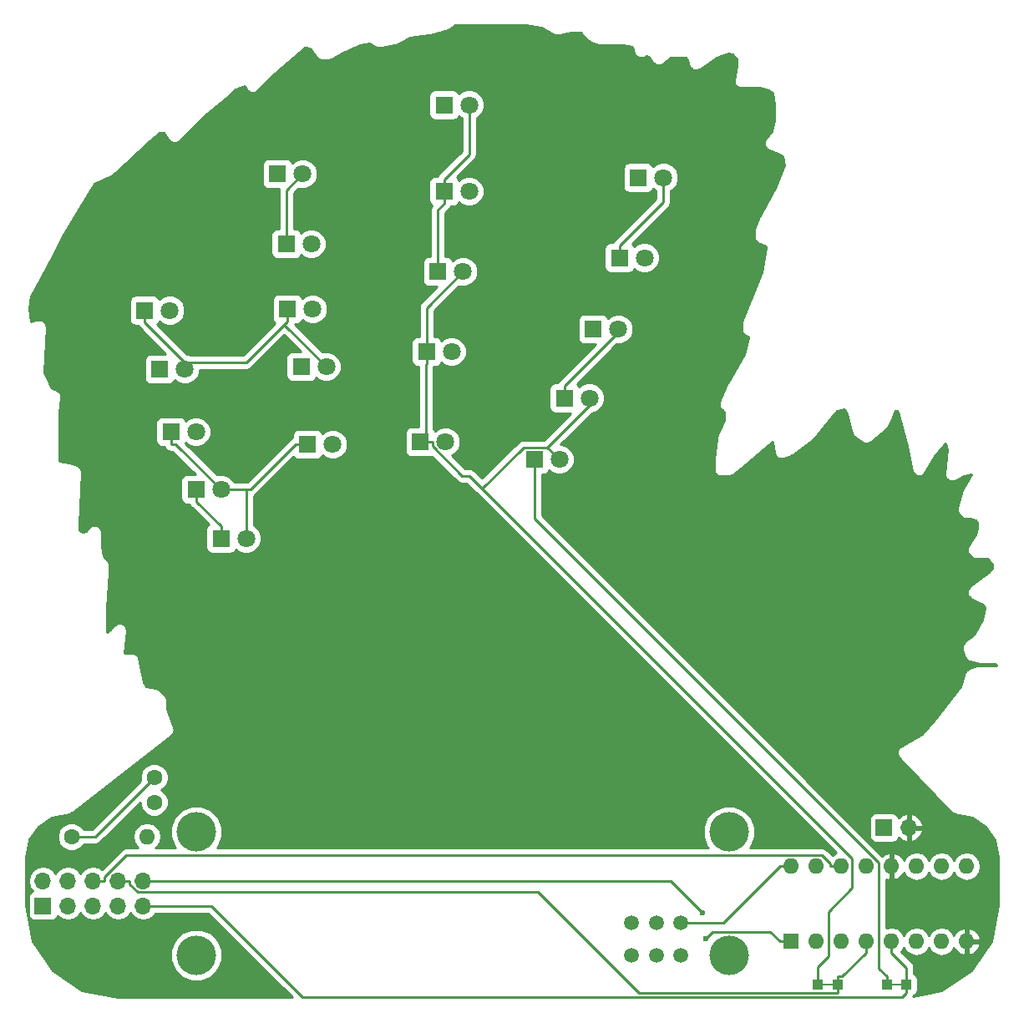
<source format=gbr>
G04 #@! TF.FileFunction,Copper,L1,Top,Signal*
%FSLAX46Y46*%
G04 Gerber Fmt 4.6, Leading zero omitted, Abs format (unit mm)*
G04 Created by KiCad (PCBNEW 4.0.6) date 11/09/17 22:15:05*
%MOMM*%
%LPD*%
G01*
G04 APERTURE LIST*
%ADD10C,0.100000*%
%ADD11C,4.000000*%
%ADD12R,1.800000X1.800000*%
%ADD13C,1.800000*%
%ADD14C,1.600000*%
%ADD15O,1.600000X1.600000*%
%ADD16C,1.500000*%
%ADD17R,1.600000X1.600000*%
%ADD18R,1.700000X1.700000*%
%ADD19O,1.700000X1.700000*%
%ADD20R,1.000000X1.000000*%
%ADD21R,1.000000X0.254000*%
%ADD22C,0.600000*%
%ADD23C,0.250000*%
%ADD24C,0.254000*%
G04 APERTURE END LIST*
D10*
D11*
X172000000Y-145000000D03*
X118000000Y-132500000D03*
X172000000Y-132500000D03*
D12*
X112776000Y-79629000D03*
D13*
X115316000Y-79629000D03*
D12*
X115443000Y-91948000D03*
D13*
X117983000Y-91948000D03*
D12*
X120523000Y-102743000D03*
D13*
X123063000Y-102743000D03*
D12*
X114300000Y-85598000D03*
D13*
X116840000Y-85598000D03*
D12*
X117983000Y-97790000D03*
D13*
X120523000Y-97790000D03*
D12*
X126238000Y-65786000D03*
D13*
X128778000Y-65786000D03*
D12*
X127254000Y-79502000D03*
D13*
X129794000Y-79502000D03*
D12*
X129286000Y-93218000D03*
D13*
X131826000Y-93218000D03*
D12*
X127127000Y-72898000D03*
D13*
X129667000Y-72898000D03*
D12*
X128651000Y-85344000D03*
D13*
X131191000Y-85344000D03*
D12*
X143129000Y-58801000D03*
D13*
X145669000Y-58801000D03*
D12*
X142494000Y-75692000D03*
D13*
X145034000Y-75692000D03*
D12*
X140716000Y-92964000D03*
D13*
X143256000Y-92964000D03*
D12*
X143129000Y-67564000D03*
D13*
X145669000Y-67564000D03*
D12*
X141351000Y-83820000D03*
D13*
X143891000Y-83820000D03*
D12*
X162814000Y-66167000D03*
D13*
X165354000Y-66167000D03*
D12*
X158242000Y-81534000D03*
D13*
X160782000Y-81534000D03*
D12*
X152273000Y-94742000D03*
D13*
X154813000Y-94742000D03*
D12*
X160909000Y-74295000D03*
D13*
X163449000Y-74295000D03*
D12*
X155321000Y-88519000D03*
D13*
X157861000Y-88519000D03*
D14*
X105380000Y-133000000D03*
D15*
X113000000Y-133000000D03*
D16*
X164632000Y-145032000D03*
X162132000Y-145032000D03*
X167132000Y-145032000D03*
X167132000Y-141732000D03*
X164632000Y-141732000D03*
X162132000Y-141732000D03*
D17*
X178300000Y-143620000D03*
D15*
X196080000Y-136000000D03*
X180840000Y-143620000D03*
X193540000Y-136000000D03*
X183380000Y-143620000D03*
X191000000Y-136000000D03*
X185920000Y-143620000D03*
X188460000Y-136000000D03*
X188460000Y-143620000D03*
X185920000Y-136000000D03*
X191000000Y-143620000D03*
X183380000Y-136000000D03*
X193540000Y-143620000D03*
X180840000Y-136000000D03*
X196080000Y-143620000D03*
X178300000Y-136000000D03*
D18*
X187706000Y-132080000D03*
D19*
X190246000Y-132080000D03*
D14*
X113750000Y-129500000D03*
X113750000Y-127000000D03*
D11*
X118000000Y-145000000D03*
D18*
X102460000Y-140000000D03*
D19*
X102460000Y-137460000D03*
X105000000Y-140000000D03*
X105000000Y-137460000D03*
X107540000Y-140000000D03*
X107540000Y-137460000D03*
X110080000Y-140000000D03*
X110080000Y-137460000D03*
X112620000Y-140000000D03*
X112620000Y-137460000D03*
D20*
X183000000Y-148000000D03*
X181000000Y-148000000D03*
D21*
X182000000Y-148000000D03*
D20*
X188000000Y-148000000D03*
X190000000Y-148000000D03*
D21*
X189000000Y-148000000D03*
D22*
X169644700Y-143316800D03*
X169336800Y-140697300D03*
D23*
X107750000Y-133000000D02*
X105380000Y-133000000D01*
X113750000Y-127000000D02*
X107750000Y-133000000D01*
X183490600Y-147174700D02*
X185920000Y-144745300D01*
X183000000Y-147174700D02*
X183490600Y-147174700D01*
X185920000Y-143620000D02*
X185920000Y-144745300D01*
X183000000Y-147699900D02*
X183000000Y-147174700D01*
X183000000Y-147699900D02*
X183000000Y-148000000D01*
X111255300Y-137827400D02*
X111255300Y-137460000D01*
X112063200Y-138635300D02*
X111255300Y-137827400D01*
X152654300Y-138635300D02*
X112063200Y-138635300D01*
X162844300Y-148825300D02*
X152654300Y-138635300D01*
X183000000Y-148825300D02*
X162844300Y-148825300D01*
X183000000Y-148000000D02*
X183000000Y-148825300D01*
X110080000Y-137460000D02*
X111255300Y-137460000D01*
X188460000Y-143620000D02*
X188460000Y-144745300D01*
X190000000Y-146285300D02*
X190000000Y-148000000D01*
X188460000Y-144745300D02*
X190000000Y-146285300D01*
X119510000Y-140000000D02*
X112620000Y-140000000D01*
X128787900Y-149277900D02*
X119510000Y-140000000D01*
X189547400Y-149277900D02*
X128787900Y-149277900D01*
X190000000Y-148825300D02*
X189547400Y-149277900D01*
X190000000Y-148000000D02*
X190000000Y-148825300D01*
X176188300Y-142633600D02*
X177174700Y-143620000D01*
X170327900Y-142633600D02*
X176188300Y-142633600D01*
X169644700Y-143316800D02*
X170327900Y-142633600D01*
X178300000Y-143620000D02*
X177174700Y-143620000D01*
X182254700Y-135718600D02*
X182254700Y-136000000D01*
X181410800Y-134874700D02*
X182254700Y-135718600D01*
X110933300Y-134874700D02*
X181410800Y-134874700D01*
X108715300Y-137092700D02*
X110933300Y-134874700D01*
X108715300Y-137460000D02*
X108715300Y-137092700D01*
X107540000Y-137460000D02*
X108715300Y-137460000D01*
X183380000Y-136000000D02*
X182254700Y-136000000D01*
X166099500Y-137460000D02*
X169336800Y-140697300D01*
X112620000Y-137460000D02*
X166099500Y-137460000D01*
X171442700Y-141732000D02*
X167132000Y-141732000D01*
X177174700Y-136000000D02*
X171442700Y-141732000D01*
X178300000Y-136000000D02*
X177174700Y-136000000D01*
X165354000Y-68624700D02*
X160909000Y-73069700D01*
X165354000Y-66167000D02*
X165354000Y-68624700D01*
X160909000Y-74295000D02*
X160909000Y-73069700D01*
X112776000Y-79629000D02*
X112776000Y-80854300D01*
X118020600Y-99015300D02*
X120523000Y-101517700D01*
X117983000Y-99015300D02*
X118020600Y-99015300D01*
X120523000Y-102743000D02*
X120523000Y-101517700D01*
X117983000Y-97790000D02*
X117983000Y-99015300D01*
X127254000Y-79502000D02*
X127254000Y-80678200D01*
X116840000Y-85598000D02*
X116840000Y-84918300D01*
X116840000Y-84918300D02*
X112776000Y-80854300D01*
X131191000Y-85344000D02*
X126914200Y-81067100D01*
X127254000Y-80727300D02*
X126914200Y-81067100D01*
X127254000Y-80678200D02*
X127254000Y-80727300D01*
X123063000Y-84918300D02*
X116840000Y-84918300D01*
X126914200Y-81067100D02*
X123063000Y-84918300D01*
X127127000Y-67437000D02*
X128778000Y-65786000D01*
X127127000Y-72898000D02*
X127127000Y-67437000D01*
X141351000Y-79375000D02*
X145034000Y-75692000D01*
X141351000Y-83820000D02*
X141351000Y-79375000D01*
X184511800Y-135235100D02*
X146986500Y-97709700D01*
X184511800Y-138197700D02*
X184511800Y-135235100D01*
X182110000Y-140599500D02*
X184511800Y-138197700D01*
X182110000Y-145118300D02*
X182110000Y-140599500D01*
X181000000Y-146228300D02*
X182110000Y-145118300D01*
X181000000Y-148000000D02*
X181000000Y-146228300D01*
X141941300Y-93423600D02*
X141941300Y-92964000D01*
X144951400Y-96433700D02*
X141941300Y-93423600D01*
X145710400Y-96433700D02*
X144951400Y-96433700D01*
X146986500Y-97709700D02*
X145710400Y-96433700D01*
X140716000Y-92964000D02*
X141278900Y-92964000D01*
X141278900Y-92964000D02*
X141941300Y-92964000D01*
X141278900Y-85117400D02*
X141351000Y-85045300D01*
X141278900Y-92964000D02*
X141278900Y-85117400D01*
X141351000Y-83820000D02*
X141351000Y-85045300D01*
X157861000Y-89232600D02*
X153582300Y-93511300D01*
X157861000Y-88519000D02*
X157861000Y-89232600D01*
X151184900Y-93511300D02*
X153582300Y-93511300D01*
X146986500Y-97709700D02*
X151184900Y-93511300D01*
X153582300Y-93511300D02*
X154813000Y-94742000D01*
X129286000Y-93218000D02*
X128060700Y-93218000D01*
X145669000Y-63798700D02*
X145669000Y-58801000D01*
X143129000Y-66338700D02*
X145669000Y-63798700D01*
X143129000Y-67564000D02*
X143129000Y-66338700D01*
X123063000Y-97790000D02*
X123063000Y-102743000D01*
X120523000Y-97790000D02*
X123063000Y-97790000D01*
X123488700Y-97790000D02*
X128060700Y-93218000D01*
X123063000Y-97790000D02*
X123488700Y-97790000D01*
X115906300Y-93173300D02*
X120523000Y-97790000D01*
X115443000Y-93173300D02*
X115906300Y-93173300D01*
X115443000Y-91948000D02*
X115443000Y-93173300D01*
X142494000Y-69424300D02*
X143129000Y-68789300D01*
X142494000Y-75692000D02*
X142494000Y-69424300D01*
X143129000Y-67564000D02*
X143129000Y-68789300D01*
X152273000Y-100743900D02*
X152273000Y-94742000D01*
X187190000Y-135660900D02*
X152273000Y-100743900D01*
X187190000Y-146364700D02*
X187190000Y-135660900D01*
X188000000Y-147174700D02*
X187190000Y-146364700D01*
X188000000Y-148000000D02*
X188000000Y-147174700D01*
X160782000Y-81832700D02*
X160782000Y-81534000D01*
X155321000Y-87293700D02*
X160782000Y-81832700D01*
X155321000Y-88519000D02*
X155321000Y-87293700D01*
D24*
G36*
X152947532Y-50978570D02*
X154368479Y-51689043D01*
X154460254Y-51714176D01*
X154548214Y-51750502D01*
X154592735Y-51750455D01*
X154635669Y-51762213D01*
X154730079Y-51750312D01*
X154825242Y-51750212D01*
X156026302Y-51510000D01*
X156931908Y-51510000D01*
X157739954Y-52318046D01*
X157761167Y-52332220D01*
X157776807Y-52352372D01*
X157875673Y-52408730D01*
X157970295Y-52471954D01*
X157995314Y-52476931D01*
X158017478Y-52489565D01*
X158779479Y-52743565D01*
X158892382Y-52757798D01*
X159004000Y-52780000D01*
X161231237Y-52780000D01*
X162238102Y-52947811D01*
X162379199Y-53512200D01*
X162412417Y-53582517D01*
X162432957Y-53657522D01*
X162471015Y-53706559D01*
X162497529Y-53762685D01*
X162555127Y-53814937D01*
X162602807Y-53876372D01*
X162656733Y-53907112D01*
X162702708Y-53948820D01*
X162775917Y-53975052D01*
X162843478Y-54013565D01*
X162905065Y-54021329D01*
X162963500Y-54042267D01*
X163041176Y-54038487D01*
X163118331Y-54048213D01*
X163178198Y-54031818D01*
X163240200Y-54028801D01*
X163310517Y-53995583D01*
X163385522Y-53975043D01*
X163630478Y-53852565D01*
X163882372Y-53936530D01*
X164255244Y-54495837D01*
X164269360Y-54509982D01*
X164278000Y-54528000D01*
X164366737Y-54607563D01*
X164450928Y-54691930D01*
X164469383Y-54699597D01*
X164484260Y-54712936D01*
X164596677Y-54752481D01*
X164706757Y-54798213D01*
X164726743Y-54798234D01*
X164745591Y-54804864D01*
X164864588Y-54798378D01*
X164983786Y-54798502D01*
X165002258Y-54790873D01*
X165022208Y-54789786D01*
X165129665Y-54738256D01*
X165239837Y-54692756D01*
X165253982Y-54678640D01*
X165272000Y-54670000D01*
X166098667Y-54050000D01*
X167599908Y-54050000D01*
X167781437Y-54231528D01*
X167982435Y-54834522D01*
X168029198Y-54916556D01*
X168065244Y-55003837D01*
X168097215Y-55035875D01*
X168119628Y-55075193D01*
X168194228Y-55133091D01*
X168260928Y-55199930D01*
X168302721Y-55217293D01*
X168338478Y-55245044D01*
X168429555Y-55269985D01*
X168516757Y-55306213D01*
X168562018Y-55306260D01*
X168605669Y-55318214D01*
X168699358Y-55306403D01*
X168793786Y-55306502D01*
X168835615Y-55289227D01*
X168880522Y-55283566D01*
X168962560Y-55236800D01*
X169049837Y-55200756D01*
X169811837Y-54692756D01*
X169825982Y-54678640D01*
X169844000Y-54670000D01*
X170767826Y-53977130D01*
X171958000Y-53580406D01*
X172336470Y-53706562D01*
X172772000Y-54142092D01*
X172772000Y-54805236D01*
X172527660Y-56271277D01*
X172529499Y-56330191D01*
X172518000Y-56388000D01*
X172533780Y-56467329D01*
X172536303Y-56548170D01*
X172560547Y-56601895D01*
X172572046Y-56659705D01*
X172616980Y-56726955D01*
X172650249Y-56800679D01*
X172693207Y-56841036D01*
X172725954Y-56890046D01*
X172793208Y-56934983D01*
X172852154Y-56990361D01*
X172907286Y-57011207D01*
X172956295Y-57043954D01*
X173035621Y-57059733D01*
X173111277Y-57088340D01*
X173170191Y-57086501D01*
X173228000Y-57098000D01*
X175172596Y-57098000D01*
X175984489Y-57300973D01*
X176388228Y-57570133D01*
X176582000Y-58732764D01*
X176582000Y-60381698D01*
X176373372Y-61424837D01*
X175708000Y-62312000D01*
X175658794Y-62414610D01*
X175602435Y-62513478D01*
X175599244Y-62538791D01*
X175588214Y-62561792D01*
X175582020Y-62675424D01*
X175567787Y-62788331D01*
X175574525Y-62812935D01*
X175573136Y-62838409D01*
X175610896Y-62945754D01*
X175640956Y-63055522D01*
X175656600Y-63075679D01*
X175665064Y-63099740D01*
X175741028Y-63184463D01*
X175810807Y-63274372D01*
X175832969Y-63287005D01*
X175850000Y-63306000D01*
X175952610Y-63355206D01*
X176051478Y-63411565D01*
X176765608Y-63649608D01*
X177413098Y-63973354D01*
X177575000Y-64944766D01*
X176648471Y-67261091D01*
X175144694Y-70018015D01*
X175131994Y-70058639D01*
X175108782Y-70094312D01*
X174600782Y-71364313D01*
X174576197Y-71496298D01*
X174550000Y-71628000D01*
X174550000Y-72136000D01*
X174572202Y-72247617D01*
X174586435Y-72360522D01*
X174599069Y-72382686D01*
X174604046Y-72407705D01*
X174667270Y-72502327D01*
X174723628Y-72601193D01*
X174743780Y-72616833D01*
X174757954Y-72638046D01*
X174852578Y-72701271D01*
X174942478Y-72771043D01*
X175746798Y-73173203D01*
X175789116Y-73257840D01*
X175336237Y-75748673D01*
X173330782Y-80762313D01*
X173306197Y-80894298D01*
X173280000Y-81026000D01*
X173280000Y-81534000D01*
X173302202Y-81645617D01*
X173316435Y-81758522D01*
X173329069Y-81780686D01*
X173334046Y-81805705D01*
X173397270Y-81900327D01*
X173453628Y-81999193D01*
X173473780Y-82014833D01*
X173487954Y-82036046D01*
X173582578Y-82099271D01*
X173672478Y-82169043D01*
X173968798Y-82317203D01*
X173999498Y-82378603D01*
X173579738Y-84057643D01*
X171852717Y-87018252D01*
X171838354Y-87059950D01*
X171813407Y-87096318D01*
X171051407Y-88874317D01*
X171050494Y-88878631D01*
X171048046Y-88882295D01*
X171021855Y-89013965D01*
X170994053Y-89145343D01*
X170994860Y-89149676D01*
X170994000Y-89154000D01*
X171020189Y-89285661D01*
X171044781Y-89417687D01*
X171047186Y-89421384D01*
X171048046Y-89425705D01*
X171122646Y-89537353D01*
X171195871Y-89649887D01*
X171199504Y-89652379D01*
X171201954Y-89656046D01*
X171313601Y-89730646D01*
X171424317Y-89806593D01*
X171427338Y-89807232D01*
X171502000Y-90031217D01*
X171502000Y-90786268D01*
X170797407Y-92430317D01*
X170776823Y-92527588D01*
X170745483Y-92621936D01*
X170491483Y-94653935D01*
X170494685Y-94698336D01*
X170486000Y-94742000D01*
X170486000Y-95758000D01*
X170540046Y-96029705D01*
X170693954Y-96260046D01*
X170924295Y-96413954D01*
X171196000Y-96468000D01*
X171958000Y-96468000D01*
X172056024Y-96448502D01*
X172155605Y-96439947D01*
X172190810Y-96421691D01*
X172229705Y-96413954D01*
X172312807Y-96358427D01*
X172401533Y-96312417D01*
X173671534Y-95296417D01*
X173679408Y-95287063D01*
X173690062Y-95281072D01*
X175464317Y-93760282D01*
X176404944Y-92976426D01*
X176591660Y-94096724D01*
X176611441Y-94149037D01*
X176618435Y-94204522D01*
X176659973Y-94277390D01*
X176689639Y-94355847D01*
X176727932Y-94396608D01*
X176755628Y-94445193D01*
X176821890Y-94496619D01*
X176879321Y-94557751D01*
X176930295Y-94580753D01*
X176974478Y-94615044D01*
X177055381Y-94637199D01*
X177131830Y-94671697D01*
X177187729Y-94673442D01*
X177241669Y-94688213D01*
X177324883Y-94677723D01*
X177408723Y-94680340D01*
X177461036Y-94660560D01*
X177516522Y-94653565D01*
X178278522Y-94399565D01*
X178377390Y-94343206D01*
X178480000Y-94294000D01*
X180512000Y-92770000D01*
X180575037Y-92699695D01*
X180646440Y-92637898D01*
X182397301Y-90386791D01*
X182967158Y-89816934D01*
X183749470Y-89686549D01*
X183988102Y-90163812D01*
X184477199Y-92120201D01*
X184529285Y-92230458D01*
X184576070Y-92343072D01*
X184588205Y-92355182D01*
X184595529Y-92370685D01*
X184685851Y-92452624D01*
X184772163Y-92538756D01*
X185534163Y-93046756D01*
X185568843Y-93061078D01*
X185598023Y-93084661D01*
X185695891Y-93113548D01*
X185790214Y-93152502D01*
X185827736Y-93152463D01*
X185863720Y-93163084D01*
X185965189Y-93152319D01*
X186067242Y-93152213D01*
X186101894Y-93137817D01*
X186139202Y-93133859D01*
X186228832Y-93085081D01*
X186323072Y-93045930D01*
X186349574Y-93019372D01*
X186382531Y-93001437D01*
X187906531Y-91731437D01*
X187911007Y-91725898D01*
X187917193Y-91722372D01*
X187997908Y-91618372D01*
X188080661Y-91515977D01*
X188082677Y-91509148D01*
X188087043Y-91503522D01*
X188595044Y-90487521D01*
X188608443Y-90438592D01*
X188633565Y-90394522D01*
X188794565Y-89911521D01*
X188889607Y-89864000D01*
X189062392Y-89864000D01*
X189134389Y-89899998D01*
X190062191Y-93379259D01*
X190565788Y-95897243D01*
X190575287Y-95920109D01*
X190577017Y-95944813D01*
X190628132Y-96047309D01*
X190672070Y-96153072D01*
X190689599Y-96170565D01*
X190700650Y-96192724D01*
X190787092Y-96267854D01*
X190868163Y-96348756D01*
X190891050Y-96358208D01*
X190909741Y-96374453D01*
X191018358Y-96410784D01*
X191124215Y-96454502D01*
X191148979Y-96454476D01*
X191172462Y-96462331D01*
X191286715Y-96454332D01*
X191401242Y-96454212D01*
X191424108Y-96444713D01*
X191448813Y-96442983D01*
X191551311Y-96391867D01*
X191657072Y-96347930D01*
X191674565Y-96330401D01*
X191696724Y-96319350D01*
X191771854Y-96232908D01*
X191852756Y-96151837D01*
X191862208Y-96128950D01*
X191878453Y-96110259D01*
X192866992Y-94380315D01*
X193751001Y-93275304D01*
X193969607Y-93166000D01*
X193981940Y-93166000D01*
X194100953Y-93761066D01*
X193857524Y-96195352D01*
X193863400Y-96255939D01*
X193855787Y-96316331D01*
X193876643Y-96392491D01*
X193884266Y-96471087D01*
X193912879Y-96524812D01*
X193928957Y-96583522D01*
X193977370Y-96645902D01*
X194014490Y-96715599D01*
X194061487Y-96754286D01*
X194098807Y-96802372D01*
X194167409Y-96841478D01*
X194228374Y-96891663D01*
X194286594Y-96909419D01*
X194339478Y-96939565D01*
X194417823Y-96949441D01*
X194493352Y-96972476D01*
X194553939Y-96966600D01*
X194614331Y-96974213D01*
X194690491Y-96953357D01*
X194769087Y-96945734D01*
X194822812Y-96917121D01*
X194881522Y-96901043D01*
X195827812Y-96427898D01*
X196551065Y-96247085D01*
X195725547Y-97691741D01*
X195698411Y-97772866D01*
X195659318Y-97848948D01*
X195151318Y-99626948D01*
X195143243Y-99725258D01*
X195124000Y-99822000D01*
X195131996Y-99862198D01*
X195128641Y-99903046D01*
X195158803Y-99996964D01*
X195178046Y-100093705D01*
X195200815Y-100127781D01*
X195213348Y-100166807D01*
X195277153Y-100242031D01*
X195331954Y-100324046D01*
X195585954Y-100578046D01*
X195816295Y-100731954D01*
X196088000Y-100786000D01*
X196480783Y-100786000D01*
X196974470Y-100950562D01*
X197156000Y-101132091D01*
X197156000Y-101738783D01*
X196963081Y-102317539D01*
X196241180Y-103520708D01*
X196223373Y-103570404D01*
X196194046Y-103614295D01*
X196177075Y-103699611D01*
X196147733Y-103781500D01*
X196150299Y-103834224D01*
X196140000Y-103886000D01*
X196156971Y-103971317D01*
X196161199Y-104058200D01*
X196183747Y-104105931D01*
X196194046Y-104157705D01*
X196242373Y-104230032D01*
X196279529Y-104308685D01*
X196318626Y-104344153D01*
X196347954Y-104388046D01*
X196601954Y-104642046D01*
X196832295Y-104795954D01*
X197104000Y-104850000D01*
X198206392Y-104850000D01*
X198395833Y-104944720D01*
X198680000Y-105370971D01*
X198680000Y-105703029D01*
X198358705Y-106184971D01*
X197440000Y-106874000D01*
X196424000Y-107636000D01*
X196406969Y-107654995D01*
X196384807Y-107667628D01*
X196315031Y-107757533D01*
X196239064Y-107842260D01*
X196230599Y-107866323D01*
X196214957Y-107886478D01*
X196184899Y-107996239D01*
X196147136Y-108103591D01*
X196148525Y-108129066D01*
X196141787Y-108153669D01*
X196156020Y-108266576D01*
X196162214Y-108380208D01*
X196173244Y-108403209D01*
X196176435Y-108428522D01*
X196232794Y-108527390D01*
X196282000Y-108630000D01*
X196300995Y-108647031D01*
X196313628Y-108669193D01*
X196403533Y-108738969D01*
X196488260Y-108814936D01*
X196512323Y-108823401D01*
X196532478Y-108839043D01*
X197040478Y-109093043D01*
X197793435Y-109469522D01*
X197898669Y-109785223D01*
X197694538Y-111010007D01*
X196814448Y-112550164D01*
X195916000Y-113224000D01*
X195898969Y-113242995D01*
X195876807Y-113255628D01*
X195807028Y-113345537D01*
X195731064Y-113430260D01*
X195722600Y-113454321D01*
X195706956Y-113474478D01*
X195676896Y-113584246D01*
X195639136Y-113691591D01*
X195640525Y-113717065D01*
X195633787Y-113741669D01*
X195648020Y-113854576D01*
X195654214Y-113968208D01*
X195665244Y-113991209D01*
X195668435Y-114016522D01*
X195922435Y-114778522D01*
X195960948Y-114846083D01*
X195987180Y-114919292D01*
X196028888Y-114965267D01*
X196059628Y-115019193D01*
X196121064Y-115066874D01*
X196173315Y-115124471D01*
X196229438Y-115150984D01*
X196278478Y-115189044D01*
X196353488Y-115209585D01*
X196423800Y-115242801D01*
X197439800Y-115496801D01*
X197526683Y-115501029D01*
X197612000Y-115518000D01*
X198968392Y-115518000D01*
X199122736Y-115595172D01*
X199095908Y-115622000D01*
X197358000Y-115622000D01*
X197246382Y-115644202D01*
X197133479Y-115658435D01*
X196371478Y-115912435D01*
X196327406Y-115937558D01*
X196278478Y-115950957D01*
X196208148Y-116005540D01*
X196130807Y-116049628D01*
X196099703Y-116089704D01*
X196059628Y-116120807D01*
X196015542Y-116198145D01*
X195960956Y-116268478D01*
X195947557Y-116317408D01*
X195922435Y-116361478D01*
X195453463Y-117768394D01*
X192742028Y-121219311D01*
X191563380Y-122633689D01*
X189393194Y-123839348D01*
X189324830Y-123897335D01*
X189249037Y-123945204D01*
X189220136Y-123986136D01*
X189181928Y-124018545D01*
X189140960Y-124098276D01*
X189089253Y-124171509D01*
X189078217Y-124220383D01*
X189055318Y-124264948D01*
X189047980Y-124354290D01*
X189028235Y-124441733D01*
X189036742Y-124491110D01*
X189032641Y-124541047D01*
X189060053Y-124626401D01*
X189075273Y-124714739D01*
X189102027Y-124757099D01*
X189117348Y-124804806D01*
X189175335Y-124873170D01*
X189223204Y-124948963D01*
X194485204Y-130488964D01*
X194549713Y-130534511D01*
X194605546Y-130590343D01*
X194661781Y-130613637D01*
X194711509Y-130648747D01*
X194788534Y-130666140D01*
X194861486Y-130696358D01*
X196636390Y-131049408D01*
X198023654Y-131976349D01*
X198950592Y-133363610D01*
X199290000Y-135069931D01*
X199290000Y-139930069D01*
X198569989Y-143549807D01*
X196559187Y-146559186D01*
X193549805Y-148569990D01*
X190686516Y-149139533D01*
X190702148Y-149116139D01*
X190703540Y-149109141D01*
X190735317Y-149103162D01*
X190951441Y-148964090D01*
X191096431Y-148751890D01*
X191147440Y-148500000D01*
X191147440Y-147500000D01*
X191103162Y-147264683D01*
X190964090Y-147048559D01*
X190760000Y-146909110D01*
X190760000Y-146285300D01*
X190702148Y-145994461D01*
X190537401Y-145747899D01*
X189461279Y-144671777D01*
X189474698Y-144662811D01*
X189730000Y-144280725D01*
X189985302Y-144662811D01*
X190450849Y-144973880D01*
X191000000Y-145083113D01*
X191549151Y-144973880D01*
X192014698Y-144662811D01*
X192270000Y-144280725D01*
X192525302Y-144662811D01*
X192990849Y-144973880D01*
X193540000Y-145083113D01*
X194089151Y-144973880D01*
X194554698Y-144662811D01*
X194824986Y-144258297D01*
X194927611Y-144475134D01*
X195342577Y-144851041D01*
X195730961Y-145011904D01*
X195953000Y-144889915D01*
X195953000Y-143747000D01*
X196207000Y-143747000D01*
X196207000Y-144889915D01*
X196429039Y-145011904D01*
X196817423Y-144851041D01*
X197232389Y-144475134D01*
X197471914Y-143969041D01*
X197350629Y-143747000D01*
X196207000Y-143747000D01*
X195953000Y-143747000D01*
X195933000Y-143747000D01*
X195933000Y-143493000D01*
X195953000Y-143493000D01*
X195953000Y-142350085D01*
X196207000Y-142350085D01*
X196207000Y-143493000D01*
X197350629Y-143493000D01*
X197471914Y-143270959D01*
X197232389Y-142764866D01*
X196817423Y-142388959D01*
X196429039Y-142228096D01*
X196207000Y-142350085D01*
X195953000Y-142350085D01*
X195730961Y-142228096D01*
X195342577Y-142388959D01*
X194927611Y-142764866D01*
X194824986Y-142981703D01*
X194554698Y-142577189D01*
X194089151Y-142266120D01*
X193540000Y-142156887D01*
X192990849Y-142266120D01*
X192525302Y-142577189D01*
X192270000Y-142959275D01*
X192014698Y-142577189D01*
X191549151Y-142266120D01*
X191000000Y-142156887D01*
X190450849Y-142266120D01*
X189985302Y-142577189D01*
X189730000Y-142959275D01*
X189474698Y-142577189D01*
X189009151Y-142266120D01*
X188460000Y-142156887D01*
X187950000Y-142258332D01*
X187950000Y-137325236D01*
X188110961Y-137391904D01*
X188333000Y-137269915D01*
X188333000Y-136127000D01*
X188313000Y-136127000D01*
X188313000Y-135873000D01*
X188333000Y-135873000D01*
X188333000Y-134730085D01*
X188587000Y-134730085D01*
X188587000Y-135873000D01*
X188607000Y-135873000D01*
X188607000Y-136127000D01*
X188587000Y-136127000D01*
X188587000Y-137269915D01*
X188809039Y-137391904D01*
X189197423Y-137231041D01*
X189612389Y-136855134D01*
X189715014Y-136638297D01*
X189985302Y-137042811D01*
X190450849Y-137353880D01*
X191000000Y-137463113D01*
X191549151Y-137353880D01*
X192014698Y-137042811D01*
X192270000Y-136660725D01*
X192525302Y-137042811D01*
X192990849Y-137353880D01*
X193540000Y-137463113D01*
X194089151Y-137353880D01*
X194554698Y-137042811D01*
X194810000Y-136660725D01*
X195065302Y-137042811D01*
X195530849Y-137353880D01*
X196080000Y-137463113D01*
X196629151Y-137353880D01*
X197094698Y-137042811D01*
X197405767Y-136577264D01*
X197515000Y-136028113D01*
X197515000Y-135971887D01*
X197405767Y-135422736D01*
X197094698Y-134957189D01*
X196629151Y-134646120D01*
X196080000Y-134536887D01*
X195530849Y-134646120D01*
X195065302Y-134957189D01*
X194810000Y-135339275D01*
X194554698Y-134957189D01*
X194089151Y-134646120D01*
X193540000Y-134536887D01*
X192990849Y-134646120D01*
X192525302Y-134957189D01*
X192270000Y-135339275D01*
X192014698Y-134957189D01*
X191549151Y-134646120D01*
X191000000Y-134536887D01*
X190450849Y-134646120D01*
X189985302Y-134957189D01*
X189715014Y-135361703D01*
X189612389Y-135144866D01*
X189197423Y-134768959D01*
X188809039Y-134608096D01*
X188587000Y-134730085D01*
X188333000Y-134730085D01*
X188110961Y-134608096D01*
X187722577Y-134768959D01*
X187539083Y-134935181D01*
X183833902Y-131230000D01*
X186208560Y-131230000D01*
X186208560Y-132930000D01*
X186252838Y-133165317D01*
X186391910Y-133381441D01*
X186604110Y-133526431D01*
X186856000Y-133577440D01*
X188556000Y-133577440D01*
X188791317Y-133533162D01*
X189007441Y-133394090D01*
X189152431Y-133181890D01*
X189174301Y-133073893D01*
X189479076Y-133351645D01*
X189889110Y-133521476D01*
X190119000Y-133400155D01*
X190119000Y-132207000D01*
X190373000Y-132207000D01*
X190373000Y-133400155D01*
X190602890Y-133521476D01*
X191012924Y-133351645D01*
X191441183Y-132961358D01*
X191687486Y-132436892D01*
X191566819Y-132207000D01*
X190373000Y-132207000D01*
X190119000Y-132207000D01*
X190099000Y-132207000D01*
X190099000Y-131953000D01*
X190119000Y-131953000D01*
X190119000Y-130759845D01*
X190373000Y-130759845D01*
X190373000Y-131953000D01*
X191566819Y-131953000D01*
X191687486Y-131723108D01*
X191441183Y-131198642D01*
X191012924Y-130808355D01*
X190602890Y-130638524D01*
X190373000Y-130759845D01*
X190119000Y-130759845D01*
X189889110Y-130638524D01*
X189479076Y-130808355D01*
X189176063Y-131084501D01*
X189159162Y-130994683D01*
X189020090Y-130778559D01*
X188807890Y-130633569D01*
X188556000Y-130582560D01*
X186856000Y-130582560D01*
X186620683Y-130626838D01*
X186404559Y-130765910D01*
X186259569Y-130978110D01*
X186208560Y-131230000D01*
X183833902Y-131230000D01*
X153033000Y-100429098D01*
X153033000Y-96289440D01*
X153173000Y-96289440D01*
X153408317Y-96245162D01*
X153624441Y-96106090D01*
X153769431Y-95893890D01*
X153773567Y-95873466D01*
X153942357Y-96042551D01*
X154506330Y-96276733D01*
X155116991Y-96277265D01*
X155681371Y-96044068D01*
X156113551Y-95612643D01*
X156347733Y-95048670D01*
X156348265Y-94438009D01*
X156115068Y-93873629D01*
X155683643Y-93441449D01*
X155119670Y-93207267D01*
X154961273Y-93207129D01*
X158114181Y-90054221D01*
X158164991Y-90054265D01*
X158729371Y-89821068D01*
X159161551Y-89389643D01*
X159395733Y-88825670D01*
X159396265Y-88215009D01*
X159163068Y-87650629D01*
X158731643Y-87218449D01*
X158167670Y-86984267D01*
X157557009Y-86983735D01*
X156992629Y-87216932D01*
X156824387Y-87384880D01*
X156824162Y-87383683D01*
X156685090Y-87167559D01*
X156588167Y-87101335D01*
X160620642Y-83068860D01*
X161085991Y-83069265D01*
X161650371Y-82836068D01*
X162082551Y-82404643D01*
X162316733Y-81840670D01*
X162317265Y-81230009D01*
X162084068Y-80665629D01*
X161652643Y-80233449D01*
X161088670Y-79999267D01*
X160478009Y-79998735D01*
X159913629Y-80231932D01*
X159745387Y-80399880D01*
X159745162Y-80398683D01*
X159606090Y-80182559D01*
X159393890Y-80037569D01*
X159142000Y-79986560D01*
X157342000Y-79986560D01*
X157106683Y-80030838D01*
X156890559Y-80169910D01*
X156745569Y-80382110D01*
X156694560Y-80634000D01*
X156694560Y-82434000D01*
X156738838Y-82669317D01*
X156877910Y-82885441D01*
X157090110Y-83030431D01*
X157342000Y-83081440D01*
X158458458Y-83081440D01*
X154783599Y-86756299D01*
X154639767Y-86971560D01*
X154421000Y-86971560D01*
X154185683Y-87015838D01*
X153969559Y-87154910D01*
X153824569Y-87367110D01*
X153773560Y-87619000D01*
X153773560Y-89419000D01*
X153817838Y-89654317D01*
X153956910Y-89870441D01*
X154169110Y-90015431D01*
X154421000Y-90066440D01*
X155952358Y-90066440D01*
X153267498Y-92751300D01*
X151184900Y-92751300D01*
X150894060Y-92809152D01*
X150647499Y-92973899D01*
X146986479Y-96634919D01*
X146247780Y-95896278D01*
X146125134Y-95814336D01*
X146001239Y-95731552D01*
X146001224Y-95731549D01*
X146001212Y-95731541D01*
X145860031Y-95703464D01*
X145710400Y-95673700D01*
X145266202Y-95673700D01*
X143936285Y-94343783D01*
X144124371Y-94266068D01*
X144556551Y-93834643D01*
X144790733Y-93270670D01*
X144791265Y-92660009D01*
X144558068Y-92095629D01*
X144126643Y-91663449D01*
X143562670Y-91429267D01*
X142952009Y-91428735D01*
X142387629Y-91661932D01*
X142219387Y-91829880D01*
X142219162Y-91828683D01*
X142080090Y-91612559D01*
X142038900Y-91584415D01*
X142038900Y-85367440D01*
X142251000Y-85367440D01*
X142486317Y-85323162D01*
X142702441Y-85184090D01*
X142847431Y-84971890D01*
X142851567Y-84951466D01*
X143020357Y-85120551D01*
X143584330Y-85354733D01*
X144194991Y-85355265D01*
X144759371Y-85122068D01*
X145191551Y-84690643D01*
X145425733Y-84126670D01*
X145426265Y-83516009D01*
X145193068Y-82951629D01*
X144761643Y-82519449D01*
X144197670Y-82285267D01*
X143587009Y-82284735D01*
X143022629Y-82517932D01*
X142854387Y-82685880D01*
X142854162Y-82684683D01*
X142715090Y-82468559D01*
X142502890Y-82323569D01*
X142251000Y-82272560D01*
X142111000Y-82272560D01*
X142111000Y-79689802D01*
X144619036Y-77181766D01*
X144727330Y-77226733D01*
X145337991Y-77227265D01*
X145902371Y-76994068D01*
X146334551Y-76562643D01*
X146568733Y-75998670D01*
X146569265Y-75388009D01*
X146336068Y-74823629D01*
X145904643Y-74391449D01*
X145340670Y-74157267D01*
X144730009Y-74156735D01*
X144165629Y-74389932D01*
X143997387Y-74557880D01*
X143997162Y-74556683D01*
X143858090Y-74340559D01*
X143645890Y-74195569D01*
X143394000Y-74144560D01*
X143254000Y-74144560D01*
X143254000Y-73395000D01*
X159361560Y-73395000D01*
X159361560Y-75195000D01*
X159405838Y-75430317D01*
X159544910Y-75646441D01*
X159757110Y-75791431D01*
X160009000Y-75842440D01*
X161809000Y-75842440D01*
X162044317Y-75798162D01*
X162260441Y-75659090D01*
X162405431Y-75446890D01*
X162409567Y-75426466D01*
X162578357Y-75595551D01*
X163142330Y-75829733D01*
X163752991Y-75830265D01*
X164317371Y-75597068D01*
X164749551Y-75165643D01*
X164983733Y-74601670D01*
X164984265Y-73991009D01*
X164751068Y-73426629D01*
X164319643Y-72994449D01*
X163755670Y-72760267D01*
X163145009Y-72759735D01*
X162580629Y-72992932D01*
X162412387Y-73160880D01*
X162412162Y-73159683D01*
X162273090Y-72943559D01*
X162176167Y-72877335D01*
X165891401Y-69162101D01*
X166056148Y-68915540D01*
X166114000Y-68624700D01*
X166114000Y-67513846D01*
X166222371Y-67469068D01*
X166654551Y-67037643D01*
X166888733Y-66473670D01*
X166889265Y-65863009D01*
X166656068Y-65298629D01*
X166224643Y-64866449D01*
X165660670Y-64632267D01*
X165050009Y-64631735D01*
X164485629Y-64864932D01*
X164317387Y-65032880D01*
X164317162Y-65031683D01*
X164178090Y-64815559D01*
X163965890Y-64670569D01*
X163714000Y-64619560D01*
X161914000Y-64619560D01*
X161678683Y-64663838D01*
X161462559Y-64802910D01*
X161317569Y-65015110D01*
X161266560Y-65267000D01*
X161266560Y-67067000D01*
X161310838Y-67302317D01*
X161449910Y-67518441D01*
X161662110Y-67663431D01*
X161914000Y-67714440D01*
X163714000Y-67714440D01*
X163949317Y-67670162D01*
X164165441Y-67531090D01*
X164310431Y-67318890D01*
X164314567Y-67298466D01*
X164483357Y-67467551D01*
X164594000Y-67513494D01*
X164594000Y-68309898D01*
X160371599Y-72532299D01*
X160227767Y-72747560D01*
X160009000Y-72747560D01*
X159773683Y-72791838D01*
X159557559Y-72930910D01*
X159412569Y-73143110D01*
X159361560Y-73395000D01*
X143254000Y-73395000D01*
X143254000Y-69739102D01*
X143666401Y-69326701D01*
X143810233Y-69111440D01*
X144029000Y-69111440D01*
X144264317Y-69067162D01*
X144480441Y-68928090D01*
X144625431Y-68715890D01*
X144629567Y-68695466D01*
X144798357Y-68864551D01*
X145362330Y-69098733D01*
X145972991Y-69099265D01*
X146537371Y-68866068D01*
X146969551Y-68434643D01*
X147203733Y-67870670D01*
X147204265Y-67260009D01*
X146971068Y-66695629D01*
X146539643Y-66263449D01*
X145975670Y-66029267D01*
X145365009Y-66028735D01*
X144800629Y-66261932D01*
X144632387Y-66429880D01*
X144632162Y-66428683D01*
X144493090Y-66212559D01*
X144396167Y-66146335D01*
X146206401Y-64336101D01*
X146371148Y-64089540D01*
X146381724Y-64036372D01*
X146429000Y-63798700D01*
X146429000Y-60147846D01*
X146537371Y-60103068D01*
X146969551Y-59671643D01*
X147203733Y-59107670D01*
X147204265Y-58497009D01*
X146971068Y-57932629D01*
X146539643Y-57500449D01*
X145975670Y-57266267D01*
X145365009Y-57265735D01*
X144800629Y-57498932D01*
X144632387Y-57666880D01*
X144632162Y-57665683D01*
X144493090Y-57449559D01*
X144280890Y-57304569D01*
X144029000Y-57253560D01*
X142229000Y-57253560D01*
X141993683Y-57297838D01*
X141777559Y-57436910D01*
X141632569Y-57649110D01*
X141581560Y-57901000D01*
X141581560Y-59701000D01*
X141625838Y-59936317D01*
X141764910Y-60152441D01*
X141977110Y-60297431D01*
X142229000Y-60348440D01*
X144029000Y-60348440D01*
X144264317Y-60304162D01*
X144480441Y-60165090D01*
X144625431Y-59952890D01*
X144629567Y-59932466D01*
X144798357Y-60101551D01*
X144909000Y-60147494D01*
X144909000Y-63483898D01*
X142591599Y-65801299D01*
X142447767Y-66016560D01*
X142229000Y-66016560D01*
X141993683Y-66060838D01*
X141777559Y-66199910D01*
X141632569Y-66412110D01*
X141581560Y-66664000D01*
X141581560Y-68464000D01*
X141625838Y-68699317D01*
X141764910Y-68915441D01*
X141883422Y-68996417D01*
X141791852Y-69133461D01*
X141734000Y-69424300D01*
X141734000Y-74144560D01*
X141594000Y-74144560D01*
X141358683Y-74188838D01*
X141142559Y-74327910D01*
X140997569Y-74540110D01*
X140946560Y-74792000D01*
X140946560Y-76592000D01*
X140990838Y-76827317D01*
X141129910Y-77043441D01*
X141342110Y-77188431D01*
X141594000Y-77239440D01*
X142411758Y-77239440D01*
X140813599Y-78837599D01*
X140648852Y-79084161D01*
X140591000Y-79375000D01*
X140591000Y-82272560D01*
X140451000Y-82272560D01*
X140215683Y-82316838D01*
X139999559Y-82455910D01*
X139854569Y-82668110D01*
X139803560Y-82920000D01*
X139803560Y-84720000D01*
X139847838Y-84955317D01*
X139986910Y-85171441D01*
X140199110Y-85316431D01*
X140451000Y-85367440D01*
X140518900Y-85367440D01*
X140518900Y-91416560D01*
X139816000Y-91416560D01*
X139580683Y-91460838D01*
X139364559Y-91599910D01*
X139219569Y-91812110D01*
X139168560Y-92064000D01*
X139168560Y-93864000D01*
X139212838Y-94099317D01*
X139351910Y-94315441D01*
X139564110Y-94460431D01*
X139816000Y-94511440D01*
X141616000Y-94511440D01*
X141851317Y-94467162D01*
X141887060Y-94444162D01*
X144413999Y-96971101D01*
X144660560Y-97135848D01*
X144951400Y-97193700D01*
X145395615Y-97193700D01*
X146449098Y-98247100D01*
X182845171Y-134643271D01*
X182830849Y-134646120D01*
X182486865Y-134875963D01*
X181948201Y-134337299D01*
X181701639Y-134172552D01*
X181410800Y-134114700D01*
X174112189Y-134114700D01*
X174232542Y-133994557D01*
X174634542Y-133026433D01*
X174635457Y-131978166D01*
X174235147Y-131009342D01*
X173494557Y-130267458D01*
X172526433Y-129865458D01*
X171478166Y-129864543D01*
X170509342Y-130264853D01*
X169767458Y-131005443D01*
X169365458Y-131973567D01*
X169364543Y-133021834D01*
X169764853Y-133990658D01*
X169888679Y-134114700D01*
X120112189Y-134114700D01*
X120232542Y-133994557D01*
X120634542Y-133026433D01*
X120635457Y-131978166D01*
X120235147Y-131009342D01*
X119494557Y-130267458D01*
X118526433Y-129865458D01*
X117478166Y-129864543D01*
X116509342Y-130264853D01*
X115767458Y-131005443D01*
X115365458Y-131973567D01*
X115364543Y-133021834D01*
X115764853Y-133990658D01*
X115888679Y-134114700D01*
X113893148Y-134114700D01*
X114042811Y-134014698D01*
X114353880Y-133549151D01*
X114463113Y-133000000D01*
X114353880Y-132450849D01*
X114042811Y-131985302D01*
X113577264Y-131674233D01*
X113028113Y-131565000D01*
X112971887Y-131565000D01*
X112422736Y-131674233D01*
X111957189Y-131985302D01*
X111646120Y-132450849D01*
X111536887Y-133000000D01*
X111646120Y-133549151D01*
X111957189Y-134014698D01*
X112106852Y-134114700D01*
X110933300Y-134114700D01*
X110642461Y-134172552D01*
X110395899Y-134337299D01*
X108447558Y-136285640D01*
X108108285Y-136058946D01*
X107540000Y-135945907D01*
X106971715Y-136058946D01*
X106489946Y-136380853D01*
X106270000Y-136710026D01*
X106050054Y-136380853D01*
X105568285Y-136058946D01*
X105000000Y-135945907D01*
X104431715Y-136058946D01*
X103949946Y-136380853D01*
X103730000Y-136710026D01*
X103510054Y-136380853D01*
X103028285Y-136058946D01*
X102460000Y-135945907D01*
X101891715Y-136058946D01*
X101409946Y-136380853D01*
X101088039Y-136862622D01*
X100975000Y-137430907D01*
X100975000Y-137489093D01*
X101088039Y-138057378D01*
X101409946Y-138539147D01*
X101411179Y-138539971D01*
X101374683Y-138546838D01*
X101158559Y-138685910D01*
X101013569Y-138898110D01*
X100962560Y-139150000D01*
X100962560Y-140850000D01*
X101006838Y-141085317D01*
X101145910Y-141301441D01*
X101358110Y-141446431D01*
X101610000Y-141497440D01*
X103310000Y-141497440D01*
X103545317Y-141453162D01*
X103761441Y-141314090D01*
X103906431Y-141101890D01*
X103920086Y-141034459D01*
X103949946Y-141079147D01*
X104431715Y-141401054D01*
X105000000Y-141514093D01*
X105568285Y-141401054D01*
X106050054Y-141079147D01*
X106270000Y-140749974D01*
X106489946Y-141079147D01*
X106971715Y-141401054D01*
X107540000Y-141514093D01*
X108108285Y-141401054D01*
X108590054Y-141079147D01*
X108810000Y-140749974D01*
X109029946Y-141079147D01*
X109511715Y-141401054D01*
X110080000Y-141514093D01*
X110648285Y-141401054D01*
X111130054Y-141079147D01*
X111350000Y-140749974D01*
X111569946Y-141079147D01*
X112051715Y-141401054D01*
X112620000Y-141514093D01*
X113188285Y-141401054D01*
X113670054Y-141079147D01*
X113883301Y-140760000D01*
X119195198Y-140760000D01*
X127725198Y-149290000D01*
X110069931Y-149290000D01*
X106450193Y-148569989D01*
X103440814Y-146559187D01*
X102747678Y-145521834D01*
X115364543Y-145521834D01*
X115764853Y-146490658D01*
X116505443Y-147232542D01*
X117473567Y-147634542D01*
X118521834Y-147635457D01*
X119490658Y-147235147D01*
X120232542Y-146494557D01*
X120634542Y-145526433D01*
X120635457Y-144478166D01*
X120235147Y-143509342D01*
X119494557Y-142767458D01*
X118526433Y-142365458D01*
X117478166Y-142364543D01*
X116509342Y-142764853D01*
X115767458Y-143505443D01*
X115365458Y-144473567D01*
X115364543Y-145521834D01*
X102747678Y-145521834D01*
X101430010Y-143549805D01*
X100710000Y-139930069D01*
X100710000Y-135069931D01*
X101049408Y-133363610D01*
X101102476Y-133284187D01*
X103944752Y-133284187D01*
X104162757Y-133811800D01*
X104566077Y-134215824D01*
X105093309Y-134434750D01*
X105664187Y-134435248D01*
X106191800Y-134217243D01*
X106595824Y-133813923D01*
X106618215Y-133760000D01*
X107750000Y-133760000D01*
X108040839Y-133702148D01*
X108287401Y-133537401D01*
X112314991Y-129509811D01*
X112314752Y-129784187D01*
X112532757Y-130311800D01*
X112936077Y-130715824D01*
X113463309Y-130934750D01*
X114034187Y-130935248D01*
X114561800Y-130717243D01*
X114965824Y-130313923D01*
X115184750Y-129786691D01*
X115185248Y-129215813D01*
X114967243Y-128688200D01*
X114563923Y-128284176D01*
X114482069Y-128250187D01*
X114561800Y-128217243D01*
X114965824Y-127813923D01*
X115184750Y-127286691D01*
X115185248Y-126715813D01*
X114967243Y-126188200D01*
X114563923Y-125784176D01*
X114036691Y-125565250D01*
X113465813Y-125564752D01*
X112938200Y-125782757D01*
X112534176Y-126186077D01*
X112315250Y-126713309D01*
X112314752Y-127284187D01*
X112337049Y-127338149D01*
X107435198Y-132240000D01*
X106618646Y-132240000D01*
X106597243Y-132188200D01*
X106193923Y-131784176D01*
X105666691Y-131565250D01*
X105095813Y-131564752D01*
X104568200Y-131782757D01*
X104164176Y-132186077D01*
X103945250Y-132713309D01*
X103944752Y-133284187D01*
X101102476Y-133284187D01*
X101976349Y-131976346D01*
X103363610Y-131049408D01*
X105138514Y-130696358D01*
X105162432Y-130686451D01*
X105188246Y-130684589D01*
X105289650Y-130633755D01*
X105394454Y-130590343D01*
X105412756Y-130572041D01*
X105435898Y-130560440D01*
X115497898Y-122734440D01*
X115519141Y-122709894D01*
X115546726Y-122692787D01*
X115609159Y-122605883D01*
X115679188Y-122524968D01*
X115689421Y-122494163D01*
X115708360Y-122467800D01*
X115732784Y-122363617D01*
X115766517Y-122262065D01*
X115764182Y-122229689D01*
X115771591Y-122198085D01*
X115754286Y-122092479D01*
X115746589Y-121985754D01*
X115732044Y-121956739D01*
X115726794Y-121924702D01*
X115010000Y-120013251D01*
X115010000Y-119126000D01*
X114955954Y-118854295D01*
X114802046Y-118623954D01*
X114802043Y-118623952D01*
X114294046Y-118115954D01*
X114236206Y-118077307D01*
X114187072Y-118028070D01*
X114122155Y-118001101D01*
X114063705Y-117962046D01*
X113995480Y-117948475D01*
X113931242Y-117921788D01*
X112949624Y-117725464D01*
X112682666Y-117325028D01*
X112202212Y-114922758D01*
X112175525Y-114858520D01*
X112161954Y-114790295D01*
X112122899Y-114731845D01*
X112095930Y-114666928D01*
X112046693Y-114617794D01*
X112008046Y-114559954D01*
X111949596Y-114520899D01*
X111899837Y-114471244D01*
X111835541Y-114444690D01*
X111777705Y-114406046D01*
X111708762Y-114392332D01*
X111643786Y-114365498D01*
X111574224Y-114365571D01*
X111506000Y-114352000D01*
X110736382Y-114352000D01*
X110943084Y-112078280D01*
X110939651Y-112045919D01*
X110946000Y-112014000D01*
X110925139Y-111909125D01*
X110913859Y-111802798D01*
X110898303Y-111774214D01*
X110891954Y-111742295D01*
X110832552Y-111653393D01*
X110781437Y-111559469D01*
X110756124Y-111539011D01*
X110738045Y-111511955D01*
X110649142Y-111452552D01*
X110565976Y-111385339D01*
X110534764Y-111376127D01*
X110507705Y-111358046D01*
X110402831Y-111337185D01*
X110300280Y-111306916D01*
X110267919Y-111310349D01*
X110236000Y-111304000D01*
X110131125Y-111324861D01*
X110024798Y-111336141D01*
X109996213Y-111351697D01*
X109964295Y-111358046D01*
X109875396Y-111417446D01*
X109781469Y-111468562D01*
X109761011Y-111493876D01*
X109733954Y-111511955D01*
X109261632Y-111984276D01*
X108914000Y-112245000D01*
X108914000Y-109753329D01*
X109166196Y-106222585D01*
X109162998Y-106197145D01*
X109168000Y-106172000D01*
X109168000Y-105410000D01*
X109113954Y-105138295D01*
X108960046Y-104907954D01*
X108960043Y-104907952D01*
X108604053Y-104551961D01*
X108406000Y-103561698D01*
X108406000Y-102108000D01*
X108351954Y-101836295D01*
X108198046Y-101605954D01*
X107967705Y-101452046D01*
X107696000Y-101398000D01*
X107424295Y-101452046D01*
X107193954Y-101605954D01*
X107193952Y-101605957D01*
X106804470Y-101995438D01*
X106480478Y-102103435D01*
X106120000Y-101923196D01*
X106120000Y-101362887D01*
X106373196Y-96045771D01*
X106366904Y-96003790D01*
X106372214Y-95961669D01*
X106346540Y-95867917D01*
X106332135Y-95771803D01*
X106310258Y-95735427D01*
X106299044Y-95694478D01*
X106239451Y-95617693D01*
X106189358Y-95534402D01*
X106155220Y-95509163D01*
X106129193Y-95475628D01*
X106044755Y-95427494D01*
X105966598Y-95369712D01*
X105925404Y-95359459D01*
X105888522Y-95338435D01*
X105126522Y-95084435D01*
X105071037Y-95077441D01*
X105018724Y-95057660D01*
X104088000Y-94902539D01*
X104088000Y-91048000D01*
X113895560Y-91048000D01*
X113895560Y-92848000D01*
X113939838Y-93083317D01*
X114078910Y-93299441D01*
X114291110Y-93444431D01*
X114543000Y-93495440D01*
X114761767Y-93495440D01*
X114905599Y-93710701D01*
X115152161Y-93875448D01*
X115443000Y-93933300D01*
X115591498Y-93933300D01*
X117900758Y-96242560D01*
X117083000Y-96242560D01*
X116847683Y-96286838D01*
X116631559Y-96425910D01*
X116486569Y-96638110D01*
X116435560Y-96890000D01*
X116435560Y-98690000D01*
X116479838Y-98925317D01*
X116618910Y-99141441D01*
X116831110Y-99286431D01*
X117083000Y-99337440D01*
X117301767Y-99337440D01*
X117445599Y-99552701D01*
X117558912Y-99628414D01*
X119255435Y-101324937D01*
X119171559Y-101378910D01*
X119026569Y-101591110D01*
X118975560Y-101843000D01*
X118975560Y-103643000D01*
X119019838Y-103878317D01*
X119158910Y-104094441D01*
X119371110Y-104239431D01*
X119623000Y-104290440D01*
X121423000Y-104290440D01*
X121658317Y-104246162D01*
X121874441Y-104107090D01*
X122019431Y-103894890D01*
X122023567Y-103874466D01*
X122192357Y-104043551D01*
X122756330Y-104277733D01*
X123366991Y-104278265D01*
X123931371Y-104045068D01*
X124363551Y-103613643D01*
X124597733Y-103049670D01*
X124598265Y-102439009D01*
X124365068Y-101874629D01*
X123933643Y-101442449D01*
X123823000Y-101396506D01*
X123823000Y-98463108D01*
X124026101Y-98327401D01*
X127867937Y-94485565D01*
X127921910Y-94569441D01*
X128134110Y-94714431D01*
X128386000Y-94765440D01*
X130186000Y-94765440D01*
X130421317Y-94721162D01*
X130637441Y-94582090D01*
X130782431Y-94369890D01*
X130786567Y-94349466D01*
X130955357Y-94518551D01*
X131519330Y-94752733D01*
X132129991Y-94753265D01*
X132694371Y-94520068D01*
X133126551Y-94088643D01*
X133360733Y-93524670D01*
X133361265Y-92914009D01*
X133128068Y-92349629D01*
X132696643Y-91917449D01*
X132132670Y-91683267D01*
X131522009Y-91682735D01*
X130957629Y-91915932D01*
X130789387Y-92083880D01*
X130789162Y-92082683D01*
X130650090Y-91866559D01*
X130437890Y-91721569D01*
X130186000Y-91670560D01*
X128386000Y-91670560D01*
X128150683Y-91714838D01*
X127934559Y-91853910D01*
X127789569Y-92066110D01*
X127738560Y-92318000D01*
X127738560Y-92536766D01*
X127523299Y-92680599D01*
X123173898Y-97030000D01*
X121869846Y-97030000D01*
X121825068Y-96921629D01*
X121393643Y-96489449D01*
X120829670Y-96255267D01*
X120219009Y-96254735D01*
X120108287Y-96300485D01*
X116926548Y-93118746D01*
X116939431Y-93099890D01*
X116943567Y-93079466D01*
X117112357Y-93248551D01*
X117676330Y-93482733D01*
X118286991Y-93483265D01*
X118851371Y-93250068D01*
X119283551Y-92818643D01*
X119517733Y-92254670D01*
X119518265Y-91644009D01*
X119285068Y-91079629D01*
X118853643Y-90647449D01*
X118289670Y-90413267D01*
X117679009Y-90412735D01*
X117114629Y-90645932D01*
X116946387Y-90813880D01*
X116946162Y-90812683D01*
X116807090Y-90596559D01*
X116594890Y-90451569D01*
X116343000Y-90400560D01*
X114543000Y-90400560D01*
X114307683Y-90444838D01*
X114091559Y-90583910D01*
X113946569Y-90796110D01*
X113895560Y-91048000D01*
X104088000Y-91048000D01*
X104088000Y-89974763D01*
X104332340Y-88508723D01*
X104329723Y-88424890D01*
X104340214Y-88341669D01*
X104325442Y-88287726D01*
X104323697Y-88231830D01*
X104289199Y-88155381D01*
X104267044Y-88074478D01*
X104232754Y-88030296D01*
X104209751Y-87979320D01*
X104148618Y-87921888D01*
X104097193Y-87855628D01*
X104048606Y-87827931D01*
X104007846Y-87789639D01*
X103929392Y-87759974D01*
X103856522Y-87718435D01*
X103373521Y-87557435D01*
X102572871Y-85956134D01*
X102817019Y-81317316D01*
X102814306Y-81298573D01*
X102818000Y-81280000D01*
X102794551Y-81162113D01*
X102777328Y-81043146D01*
X102767648Y-81026868D01*
X102763954Y-81008295D01*
X102697180Y-80908360D01*
X102635739Y-80805034D01*
X102620566Y-80793699D01*
X102610046Y-80777954D01*
X102510108Y-80711178D01*
X102413806Y-80639233D01*
X102395451Y-80634567D01*
X102379705Y-80624046D01*
X102261820Y-80600597D01*
X102145317Y-80570981D01*
X102126573Y-80573694D01*
X102108000Y-80570000D01*
X101854000Y-80570000D01*
X101742382Y-80592202D01*
X101629479Y-80606435D01*
X101224280Y-80741501D01*
X101048402Y-79510354D01*
X101178627Y-78729000D01*
X111228560Y-78729000D01*
X111228560Y-80529000D01*
X111272838Y-80764317D01*
X111411910Y-80980441D01*
X111624110Y-81125431D01*
X111876000Y-81176440D01*
X112094767Y-81176440D01*
X112238599Y-81391701D01*
X114897458Y-84050560D01*
X113400000Y-84050560D01*
X113164683Y-84094838D01*
X112948559Y-84233910D01*
X112803569Y-84446110D01*
X112752560Y-84698000D01*
X112752560Y-86498000D01*
X112796838Y-86733317D01*
X112935910Y-86949441D01*
X113148110Y-87094431D01*
X113400000Y-87145440D01*
X115200000Y-87145440D01*
X115435317Y-87101162D01*
X115651441Y-86962090D01*
X115796431Y-86749890D01*
X115800567Y-86729466D01*
X115969357Y-86898551D01*
X116533330Y-87132733D01*
X117143991Y-87133265D01*
X117708371Y-86900068D01*
X118140551Y-86468643D01*
X118374733Y-85904670D01*
X118374930Y-85678300D01*
X123063000Y-85678300D01*
X123353839Y-85620448D01*
X123600401Y-85455701D01*
X126914194Y-82141908D01*
X128568806Y-83796560D01*
X127751000Y-83796560D01*
X127515683Y-83840838D01*
X127299559Y-83979910D01*
X127154569Y-84192110D01*
X127103560Y-84444000D01*
X127103560Y-86244000D01*
X127147838Y-86479317D01*
X127286910Y-86695441D01*
X127499110Y-86840431D01*
X127751000Y-86891440D01*
X129551000Y-86891440D01*
X129786317Y-86847162D01*
X130002441Y-86708090D01*
X130147431Y-86495890D01*
X130151567Y-86475466D01*
X130320357Y-86644551D01*
X130884330Y-86878733D01*
X131494991Y-86879265D01*
X132059371Y-86646068D01*
X132491551Y-86214643D01*
X132725733Y-85650670D01*
X132726265Y-85040009D01*
X132493068Y-84475629D01*
X132061643Y-84043449D01*
X131497670Y-83809267D01*
X130887009Y-83808735D01*
X130776302Y-83854478D01*
X127971330Y-81049440D01*
X128154000Y-81049440D01*
X128389317Y-81005162D01*
X128605441Y-80866090D01*
X128750431Y-80653890D01*
X128754567Y-80633466D01*
X128923357Y-80802551D01*
X129487330Y-81036733D01*
X130097991Y-81037265D01*
X130662371Y-80804068D01*
X131094551Y-80372643D01*
X131328733Y-79808670D01*
X131329265Y-79198009D01*
X131096068Y-78633629D01*
X130664643Y-78201449D01*
X130100670Y-77967267D01*
X129490009Y-77966735D01*
X128925629Y-78199932D01*
X128757387Y-78367880D01*
X128757162Y-78366683D01*
X128618090Y-78150559D01*
X128405890Y-78005569D01*
X128154000Y-77954560D01*
X126354000Y-77954560D01*
X126118683Y-77998838D01*
X125902559Y-78137910D01*
X125757569Y-78350110D01*
X125706560Y-78602000D01*
X125706560Y-80402000D01*
X125750838Y-80637317D01*
X125889910Y-80853441D01*
X125986833Y-80919665D01*
X122748198Y-84158300D01*
X117375535Y-84158300D01*
X117146670Y-84063267D01*
X117059693Y-84063191D01*
X114043565Y-81047063D01*
X114127441Y-80993090D01*
X114272431Y-80780890D01*
X114276567Y-80760466D01*
X114445357Y-80929551D01*
X115009330Y-81163733D01*
X115619991Y-81164265D01*
X116184371Y-80931068D01*
X116616551Y-80499643D01*
X116850733Y-79935670D01*
X116851265Y-79325009D01*
X116618068Y-78760629D01*
X116186643Y-78328449D01*
X115622670Y-78094267D01*
X115012009Y-78093735D01*
X114447629Y-78326932D01*
X114279387Y-78494880D01*
X114279162Y-78493683D01*
X114140090Y-78277559D01*
X113927890Y-78132569D01*
X113676000Y-78081560D01*
X111876000Y-78081560D01*
X111640683Y-78125838D01*
X111424559Y-78264910D01*
X111279569Y-78477110D01*
X111228560Y-78729000D01*
X101178627Y-78729000D01*
X101265399Y-78208371D01*
X103497490Y-73992200D01*
X103499896Y-73984154D01*
X103505043Y-73977522D01*
X104505956Y-71975695D01*
X107028079Y-67940300D01*
X107030407Y-67934156D01*
X107034820Y-67929292D01*
X107690447Y-66836581D01*
X109537522Y-65913043D01*
X109617222Y-65851188D01*
X109703120Y-65798283D01*
X110685578Y-64886000D01*
X124690560Y-64886000D01*
X124690560Y-66686000D01*
X124734838Y-66921317D01*
X124873910Y-67137441D01*
X125086110Y-67282431D01*
X125338000Y-67333440D01*
X126387600Y-67333440D01*
X126367000Y-67437000D01*
X126367000Y-71350560D01*
X126227000Y-71350560D01*
X125991683Y-71394838D01*
X125775559Y-71533910D01*
X125630569Y-71746110D01*
X125579560Y-71998000D01*
X125579560Y-73798000D01*
X125623838Y-74033317D01*
X125762910Y-74249441D01*
X125975110Y-74394431D01*
X126227000Y-74445440D01*
X128027000Y-74445440D01*
X128262317Y-74401162D01*
X128478441Y-74262090D01*
X128623431Y-74049890D01*
X128627567Y-74029466D01*
X128796357Y-74198551D01*
X129360330Y-74432733D01*
X129970991Y-74433265D01*
X130535371Y-74200068D01*
X130967551Y-73768643D01*
X131201733Y-73204670D01*
X131202265Y-72594009D01*
X130969068Y-72029629D01*
X130537643Y-71597449D01*
X129973670Y-71363267D01*
X129363009Y-71362735D01*
X128798629Y-71595932D01*
X128630387Y-71763880D01*
X128630162Y-71762683D01*
X128491090Y-71546559D01*
X128278890Y-71401569D01*
X128027000Y-71350560D01*
X127887000Y-71350560D01*
X127887000Y-67751802D01*
X128363036Y-67275766D01*
X128471330Y-67320733D01*
X129081991Y-67321265D01*
X129646371Y-67088068D01*
X130078551Y-66656643D01*
X130312733Y-66092670D01*
X130313265Y-65482009D01*
X130080068Y-64917629D01*
X129648643Y-64485449D01*
X129084670Y-64251267D01*
X128474009Y-64250735D01*
X127909629Y-64483932D01*
X127741387Y-64651880D01*
X127741162Y-64650683D01*
X127602090Y-64434559D01*
X127389890Y-64289569D01*
X127138000Y-64238560D01*
X125338000Y-64238560D01*
X125102683Y-64282838D01*
X124886559Y-64421910D01*
X124741569Y-64634110D01*
X124690560Y-64886000D01*
X110685578Y-64886000D01*
X113239960Y-62514075D01*
X114295055Y-61670000D01*
X114707000Y-61670000D01*
X115256000Y-62402000D01*
X115293770Y-62435865D01*
X115321954Y-62478046D01*
X115395980Y-62527508D01*
X115462260Y-62586936D01*
X115510113Y-62603769D01*
X115552295Y-62631954D01*
X115639610Y-62649322D01*
X115723591Y-62678864D01*
X115774245Y-62676103D01*
X115824000Y-62686000D01*
X115911318Y-62668631D01*
X116000208Y-62663786D01*
X116045949Y-62641851D01*
X116095705Y-62631954D01*
X116169727Y-62582494D01*
X116250000Y-62544000D01*
X116283865Y-62506230D01*
X116326046Y-62478046D01*
X116580046Y-62224046D01*
X119100761Y-59703330D01*
X120848930Y-58204899D01*
X122027378Y-57262142D01*
X122903655Y-56911631D01*
X122914798Y-56917203D01*
X123062957Y-57213521D01*
X123132726Y-57303418D01*
X123195954Y-57398046D01*
X123217167Y-57412220D01*
X123232807Y-57432372D01*
X123331673Y-57488730D01*
X123426295Y-57551954D01*
X123451314Y-57556931D01*
X123473478Y-57569565D01*
X123586383Y-57583798D01*
X123698000Y-57606000D01*
X123723023Y-57601023D01*
X123748331Y-57604213D01*
X123858087Y-57574156D01*
X123969705Y-57551954D01*
X123990916Y-57537781D01*
X124015522Y-57531043D01*
X124105422Y-57461271D01*
X124200046Y-57398046D01*
X125957167Y-55640925D01*
X129038078Y-53034000D01*
X129170783Y-53034000D01*
X129613072Y-53181429D01*
X130242000Y-54020000D01*
X130279770Y-54053865D01*
X130307954Y-54096046D01*
X130381980Y-54145508D01*
X130448260Y-54204936D01*
X130496113Y-54221769D01*
X130538295Y-54249954D01*
X130625610Y-54267322D01*
X130709591Y-54296864D01*
X130760245Y-54294103D01*
X130810000Y-54304000D01*
X131318000Y-54304000D01*
X131369776Y-54293701D01*
X131422500Y-54296267D01*
X131504389Y-54266925D01*
X131589705Y-54249954D01*
X131633596Y-54220627D01*
X131683292Y-54202820D01*
X132911972Y-53465612D01*
X134577734Y-52751714D01*
X135536366Y-52559987D01*
X136334479Y-52959044D01*
X136426259Y-52984178D01*
X136514214Y-53020502D01*
X136558734Y-53020455D01*
X136601669Y-53032213D01*
X136696082Y-53020312D01*
X136791242Y-53020212D01*
X138061242Y-52766212D01*
X138148445Y-52729984D01*
X138239522Y-52705043D01*
X139654744Y-51997432D01*
X141566064Y-51758517D01*
X141618247Y-51741183D01*
X141673052Y-51736682D01*
X143451052Y-51228682D01*
X143548530Y-51178595D01*
X143649837Y-51136756D01*
X144232971Y-50748000D01*
X151333543Y-50748000D01*
X152947532Y-50978570D01*
X152947532Y-50978570D01*
G37*
X152947532Y-50978570D02*
X154368479Y-51689043D01*
X154460254Y-51714176D01*
X154548214Y-51750502D01*
X154592735Y-51750455D01*
X154635669Y-51762213D01*
X154730079Y-51750312D01*
X154825242Y-51750212D01*
X156026302Y-51510000D01*
X156931908Y-51510000D01*
X157739954Y-52318046D01*
X157761167Y-52332220D01*
X157776807Y-52352372D01*
X157875673Y-52408730D01*
X157970295Y-52471954D01*
X157995314Y-52476931D01*
X158017478Y-52489565D01*
X158779479Y-52743565D01*
X158892382Y-52757798D01*
X159004000Y-52780000D01*
X161231237Y-52780000D01*
X162238102Y-52947811D01*
X162379199Y-53512200D01*
X162412417Y-53582517D01*
X162432957Y-53657522D01*
X162471015Y-53706559D01*
X162497529Y-53762685D01*
X162555127Y-53814937D01*
X162602807Y-53876372D01*
X162656733Y-53907112D01*
X162702708Y-53948820D01*
X162775917Y-53975052D01*
X162843478Y-54013565D01*
X162905065Y-54021329D01*
X162963500Y-54042267D01*
X163041176Y-54038487D01*
X163118331Y-54048213D01*
X163178198Y-54031818D01*
X163240200Y-54028801D01*
X163310517Y-53995583D01*
X163385522Y-53975043D01*
X163630478Y-53852565D01*
X163882372Y-53936530D01*
X164255244Y-54495837D01*
X164269360Y-54509982D01*
X164278000Y-54528000D01*
X164366737Y-54607563D01*
X164450928Y-54691930D01*
X164469383Y-54699597D01*
X164484260Y-54712936D01*
X164596677Y-54752481D01*
X164706757Y-54798213D01*
X164726743Y-54798234D01*
X164745591Y-54804864D01*
X164864588Y-54798378D01*
X164983786Y-54798502D01*
X165002258Y-54790873D01*
X165022208Y-54789786D01*
X165129665Y-54738256D01*
X165239837Y-54692756D01*
X165253982Y-54678640D01*
X165272000Y-54670000D01*
X166098667Y-54050000D01*
X167599908Y-54050000D01*
X167781437Y-54231528D01*
X167982435Y-54834522D01*
X168029198Y-54916556D01*
X168065244Y-55003837D01*
X168097215Y-55035875D01*
X168119628Y-55075193D01*
X168194228Y-55133091D01*
X168260928Y-55199930D01*
X168302721Y-55217293D01*
X168338478Y-55245044D01*
X168429555Y-55269985D01*
X168516757Y-55306213D01*
X168562018Y-55306260D01*
X168605669Y-55318214D01*
X168699358Y-55306403D01*
X168793786Y-55306502D01*
X168835615Y-55289227D01*
X168880522Y-55283566D01*
X168962560Y-55236800D01*
X169049837Y-55200756D01*
X169811837Y-54692756D01*
X169825982Y-54678640D01*
X169844000Y-54670000D01*
X170767826Y-53977130D01*
X171958000Y-53580406D01*
X172336470Y-53706562D01*
X172772000Y-54142092D01*
X172772000Y-54805236D01*
X172527660Y-56271277D01*
X172529499Y-56330191D01*
X172518000Y-56388000D01*
X172533780Y-56467329D01*
X172536303Y-56548170D01*
X172560547Y-56601895D01*
X172572046Y-56659705D01*
X172616980Y-56726955D01*
X172650249Y-56800679D01*
X172693207Y-56841036D01*
X172725954Y-56890046D01*
X172793208Y-56934983D01*
X172852154Y-56990361D01*
X172907286Y-57011207D01*
X172956295Y-57043954D01*
X173035621Y-57059733D01*
X173111277Y-57088340D01*
X173170191Y-57086501D01*
X173228000Y-57098000D01*
X175172596Y-57098000D01*
X175984489Y-57300973D01*
X176388228Y-57570133D01*
X176582000Y-58732764D01*
X176582000Y-60381698D01*
X176373372Y-61424837D01*
X175708000Y-62312000D01*
X175658794Y-62414610D01*
X175602435Y-62513478D01*
X175599244Y-62538791D01*
X175588214Y-62561792D01*
X175582020Y-62675424D01*
X175567787Y-62788331D01*
X175574525Y-62812935D01*
X175573136Y-62838409D01*
X175610896Y-62945754D01*
X175640956Y-63055522D01*
X175656600Y-63075679D01*
X175665064Y-63099740D01*
X175741028Y-63184463D01*
X175810807Y-63274372D01*
X175832969Y-63287005D01*
X175850000Y-63306000D01*
X175952610Y-63355206D01*
X176051478Y-63411565D01*
X176765608Y-63649608D01*
X177413098Y-63973354D01*
X177575000Y-64944766D01*
X176648471Y-67261091D01*
X175144694Y-70018015D01*
X175131994Y-70058639D01*
X175108782Y-70094312D01*
X174600782Y-71364313D01*
X174576197Y-71496298D01*
X174550000Y-71628000D01*
X174550000Y-72136000D01*
X174572202Y-72247617D01*
X174586435Y-72360522D01*
X174599069Y-72382686D01*
X174604046Y-72407705D01*
X174667270Y-72502327D01*
X174723628Y-72601193D01*
X174743780Y-72616833D01*
X174757954Y-72638046D01*
X174852578Y-72701271D01*
X174942478Y-72771043D01*
X175746798Y-73173203D01*
X175789116Y-73257840D01*
X175336237Y-75748673D01*
X173330782Y-80762313D01*
X173306197Y-80894298D01*
X173280000Y-81026000D01*
X173280000Y-81534000D01*
X173302202Y-81645617D01*
X173316435Y-81758522D01*
X173329069Y-81780686D01*
X173334046Y-81805705D01*
X173397270Y-81900327D01*
X173453628Y-81999193D01*
X173473780Y-82014833D01*
X173487954Y-82036046D01*
X173582578Y-82099271D01*
X173672478Y-82169043D01*
X173968798Y-82317203D01*
X173999498Y-82378603D01*
X173579738Y-84057643D01*
X171852717Y-87018252D01*
X171838354Y-87059950D01*
X171813407Y-87096318D01*
X171051407Y-88874317D01*
X171050494Y-88878631D01*
X171048046Y-88882295D01*
X171021855Y-89013965D01*
X170994053Y-89145343D01*
X170994860Y-89149676D01*
X170994000Y-89154000D01*
X171020189Y-89285661D01*
X171044781Y-89417687D01*
X171047186Y-89421384D01*
X171048046Y-89425705D01*
X171122646Y-89537353D01*
X171195871Y-89649887D01*
X171199504Y-89652379D01*
X171201954Y-89656046D01*
X171313601Y-89730646D01*
X171424317Y-89806593D01*
X171427338Y-89807232D01*
X171502000Y-90031217D01*
X171502000Y-90786268D01*
X170797407Y-92430317D01*
X170776823Y-92527588D01*
X170745483Y-92621936D01*
X170491483Y-94653935D01*
X170494685Y-94698336D01*
X170486000Y-94742000D01*
X170486000Y-95758000D01*
X170540046Y-96029705D01*
X170693954Y-96260046D01*
X170924295Y-96413954D01*
X171196000Y-96468000D01*
X171958000Y-96468000D01*
X172056024Y-96448502D01*
X172155605Y-96439947D01*
X172190810Y-96421691D01*
X172229705Y-96413954D01*
X172312807Y-96358427D01*
X172401533Y-96312417D01*
X173671534Y-95296417D01*
X173679408Y-95287063D01*
X173690062Y-95281072D01*
X175464317Y-93760282D01*
X176404944Y-92976426D01*
X176591660Y-94096724D01*
X176611441Y-94149037D01*
X176618435Y-94204522D01*
X176659973Y-94277390D01*
X176689639Y-94355847D01*
X176727932Y-94396608D01*
X176755628Y-94445193D01*
X176821890Y-94496619D01*
X176879321Y-94557751D01*
X176930295Y-94580753D01*
X176974478Y-94615044D01*
X177055381Y-94637199D01*
X177131830Y-94671697D01*
X177187729Y-94673442D01*
X177241669Y-94688213D01*
X177324883Y-94677723D01*
X177408723Y-94680340D01*
X177461036Y-94660560D01*
X177516522Y-94653565D01*
X178278522Y-94399565D01*
X178377390Y-94343206D01*
X178480000Y-94294000D01*
X180512000Y-92770000D01*
X180575037Y-92699695D01*
X180646440Y-92637898D01*
X182397301Y-90386791D01*
X182967158Y-89816934D01*
X183749470Y-89686549D01*
X183988102Y-90163812D01*
X184477199Y-92120201D01*
X184529285Y-92230458D01*
X184576070Y-92343072D01*
X184588205Y-92355182D01*
X184595529Y-92370685D01*
X184685851Y-92452624D01*
X184772163Y-92538756D01*
X185534163Y-93046756D01*
X185568843Y-93061078D01*
X185598023Y-93084661D01*
X185695891Y-93113548D01*
X185790214Y-93152502D01*
X185827736Y-93152463D01*
X185863720Y-93163084D01*
X185965189Y-93152319D01*
X186067242Y-93152213D01*
X186101894Y-93137817D01*
X186139202Y-93133859D01*
X186228832Y-93085081D01*
X186323072Y-93045930D01*
X186349574Y-93019372D01*
X186382531Y-93001437D01*
X187906531Y-91731437D01*
X187911007Y-91725898D01*
X187917193Y-91722372D01*
X187997908Y-91618372D01*
X188080661Y-91515977D01*
X188082677Y-91509148D01*
X188087043Y-91503522D01*
X188595044Y-90487521D01*
X188608443Y-90438592D01*
X188633565Y-90394522D01*
X188794565Y-89911521D01*
X188889607Y-89864000D01*
X189062392Y-89864000D01*
X189134389Y-89899998D01*
X190062191Y-93379259D01*
X190565788Y-95897243D01*
X190575287Y-95920109D01*
X190577017Y-95944813D01*
X190628132Y-96047309D01*
X190672070Y-96153072D01*
X190689599Y-96170565D01*
X190700650Y-96192724D01*
X190787092Y-96267854D01*
X190868163Y-96348756D01*
X190891050Y-96358208D01*
X190909741Y-96374453D01*
X191018358Y-96410784D01*
X191124215Y-96454502D01*
X191148979Y-96454476D01*
X191172462Y-96462331D01*
X191286715Y-96454332D01*
X191401242Y-96454212D01*
X191424108Y-96444713D01*
X191448813Y-96442983D01*
X191551311Y-96391867D01*
X191657072Y-96347930D01*
X191674565Y-96330401D01*
X191696724Y-96319350D01*
X191771854Y-96232908D01*
X191852756Y-96151837D01*
X191862208Y-96128950D01*
X191878453Y-96110259D01*
X192866992Y-94380315D01*
X193751001Y-93275304D01*
X193969607Y-93166000D01*
X193981940Y-93166000D01*
X194100953Y-93761066D01*
X193857524Y-96195352D01*
X193863400Y-96255939D01*
X193855787Y-96316331D01*
X193876643Y-96392491D01*
X193884266Y-96471087D01*
X193912879Y-96524812D01*
X193928957Y-96583522D01*
X193977370Y-96645902D01*
X194014490Y-96715599D01*
X194061487Y-96754286D01*
X194098807Y-96802372D01*
X194167409Y-96841478D01*
X194228374Y-96891663D01*
X194286594Y-96909419D01*
X194339478Y-96939565D01*
X194417823Y-96949441D01*
X194493352Y-96972476D01*
X194553939Y-96966600D01*
X194614331Y-96974213D01*
X194690491Y-96953357D01*
X194769087Y-96945734D01*
X194822812Y-96917121D01*
X194881522Y-96901043D01*
X195827812Y-96427898D01*
X196551065Y-96247085D01*
X195725547Y-97691741D01*
X195698411Y-97772866D01*
X195659318Y-97848948D01*
X195151318Y-99626948D01*
X195143243Y-99725258D01*
X195124000Y-99822000D01*
X195131996Y-99862198D01*
X195128641Y-99903046D01*
X195158803Y-99996964D01*
X195178046Y-100093705D01*
X195200815Y-100127781D01*
X195213348Y-100166807D01*
X195277153Y-100242031D01*
X195331954Y-100324046D01*
X195585954Y-100578046D01*
X195816295Y-100731954D01*
X196088000Y-100786000D01*
X196480783Y-100786000D01*
X196974470Y-100950562D01*
X197156000Y-101132091D01*
X197156000Y-101738783D01*
X196963081Y-102317539D01*
X196241180Y-103520708D01*
X196223373Y-103570404D01*
X196194046Y-103614295D01*
X196177075Y-103699611D01*
X196147733Y-103781500D01*
X196150299Y-103834224D01*
X196140000Y-103886000D01*
X196156971Y-103971317D01*
X196161199Y-104058200D01*
X196183747Y-104105931D01*
X196194046Y-104157705D01*
X196242373Y-104230032D01*
X196279529Y-104308685D01*
X196318626Y-104344153D01*
X196347954Y-104388046D01*
X196601954Y-104642046D01*
X196832295Y-104795954D01*
X197104000Y-104850000D01*
X198206392Y-104850000D01*
X198395833Y-104944720D01*
X198680000Y-105370971D01*
X198680000Y-105703029D01*
X198358705Y-106184971D01*
X197440000Y-106874000D01*
X196424000Y-107636000D01*
X196406969Y-107654995D01*
X196384807Y-107667628D01*
X196315031Y-107757533D01*
X196239064Y-107842260D01*
X196230599Y-107866323D01*
X196214957Y-107886478D01*
X196184899Y-107996239D01*
X196147136Y-108103591D01*
X196148525Y-108129066D01*
X196141787Y-108153669D01*
X196156020Y-108266576D01*
X196162214Y-108380208D01*
X196173244Y-108403209D01*
X196176435Y-108428522D01*
X196232794Y-108527390D01*
X196282000Y-108630000D01*
X196300995Y-108647031D01*
X196313628Y-108669193D01*
X196403533Y-108738969D01*
X196488260Y-108814936D01*
X196512323Y-108823401D01*
X196532478Y-108839043D01*
X197040478Y-109093043D01*
X197793435Y-109469522D01*
X197898669Y-109785223D01*
X197694538Y-111010007D01*
X196814448Y-112550164D01*
X195916000Y-113224000D01*
X195898969Y-113242995D01*
X195876807Y-113255628D01*
X195807028Y-113345537D01*
X195731064Y-113430260D01*
X195722600Y-113454321D01*
X195706956Y-113474478D01*
X195676896Y-113584246D01*
X195639136Y-113691591D01*
X195640525Y-113717065D01*
X195633787Y-113741669D01*
X195648020Y-113854576D01*
X195654214Y-113968208D01*
X195665244Y-113991209D01*
X195668435Y-114016522D01*
X195922435Y-114778522D01*
X195960948Y-114846083D01*
X195987180Y-114919292D01*
X196028888Y-114965267D01*
X196059628Y-115019193D01*
X196121064Y-115066874D01*
X196173315Y-115124471D01*
X196229438Y-115150984D01*
X196278478Y-115189044D01*
X196353488Y-115209585D01*
X196423800Y-115242801D01*
X197439800Y-115496801D01*
X197526683Y-115501029D01*
X197612000Y-115518000D01*
X198968392Y-115518000D01*
X199122736Y-115595172D01*
X199095908Y-115622000D01*
X197358000Y-115622000D01*
X197246382Y-115644202D01*
X197133479Y-115658435D01*
X196371478Y-115912435D01*
X196327406Y-115937558D01*
X196278478Y-115950957D01*
X196208148Y-116005540D01*
X196130807Y-116049628D01*
X196099703Y-116089704D01*
X196059628Y-116120807D01*
X196015542Y-116198145D01*
X195960956Y-116268478D01*
X195947557Y-116317408D01*
X195922435Y-116361478D01*
X195453463Y-117768394D01*
X192742028Y-121219311D01*
X191563380Y-122633689D01*
X189393194Y-123839348D01*
X189324830Y-123897335D01*
X189249037Y-123945204D01*
X189220136Y-123986136D01*
X189181928Y-124018545D01*
X189140960Y-124098276D01*
X189089253Y-124171509D01*
X189078217Y-124220383D01*
X189055318Y-124264948D01*
X189047980Y-124354290D01*
X189028235Y-124441733D01*
X189036742Y-124491110D01*
X189032641Y-124541047D01*
X189060053Y-124626401D01*
X189075273Y-124714739D01*
X189102027Y-124757099D01*
X189117348Y-124804806D01*
X189175335Y-124873170D01*
X189223204Y-124948963D01*
X194485204Y-130488964D01*
X194549713Y-130534511D01*
X194605546Y-130590343D01*
X194661781Y-130613637D01*
X194711509Y-130648747D01*
X194788534Y-130666140D01*
X194861486Y-130696358D01*
X196636390Y-131049408D01*
X198023654Y-131976349D01*
X198950592Y-133363610D01*
X199290000Y-135069931D01*
X199290000Y-139930069D01*
X198569989Y-143549807D01*
X196559187Y-146559186D01*
X193549805Y-148569990D01*
X190686516Y-149139533D01*
X190702148Y-149116139D01*
X190703540Y-149109141D01*
X190735317Y-149103162D01*
X190951441Y-148964090D01*
X191096431Y-148751890D01*
X191147440Y-148500000D01*
X191147440Y-147500000D01*
X191103162Y-147264683D01*
X190964090Y-147048559D01*
X190760000Y-146909110D01*
X190760000Y-146285300D01*
X190702148Y-145994461D01*
X190537401Y-145747899D01*
X189461279Y-144671777D01*
X189474698Y-144662811D01*
X189730000Y-144280725D01*
X189985302Y-144662811D01*
X190450849Y-144973880D01*
X191000000Y-145083113D01*
X191549151Y-144973880D01*
X192014698Y-144662811D01*
X192270000Y-144280725D01*
X192525302Y-144662811D01*
X192990849Y-144973880D01*
X193540000Y-145083113D01*
X194089151Y-144973880D01*
X194554698Y-144662811D01*
X194824986Y-144258297D01*
X194927611Y-144475134D01*
X195342577Y-144851041D01*
X195730961Y-145011904D01*
X195953000Y-144889915D01*
X195953000Y-143747000D01*
X196207000Y-143747000D01*
X196207000Y-144889915D01*
X196429039Y-145011904D01*
X196817423Y-144851041D01*
X197232389Y-144475134D01*
X197471914Y-143969041D01*
X197350629Y-143747000D01*
X196207000Y-143747000D01*
X195953000Y-143747000D01*
X195933000Y-143747000D01*
X195933000Y-143493000D01*
X195953000Y-143493000D01*
X195953000Y-142350085D01*
X196207000Y-142350085D01*
X196207000Y-143493000D01*
X197350629Y-143493000D01*
X197471914Y-143270959D01*
X197232389Y-142764866D01*
X196817423Y-142388959D01*
X196429039Y-142228096D01*
X196207000Y-142350085D01*
X195953000Y-142350085D01*
X195730961Y-142228096D01*
X195342577Y-142388959D01*
X194927611Y-142764866D01*
X194824986Y-142981703D01*
X194554698Y-142577189D01*
X194089151Y-142266120D01*
X193540000Y-142156887D01*
X192990849Y-142266120D01*
X192525302Y-142577189D01*
X192270000Y-142959275D01*
X192014698Y-142577189D01*
X191549151Y-142266120D01*
X191000000Y-142156887D01*
X190450849Y-142266120D01*
X189985302Y-142577189D01*
X189730000Y-142959275D01*
X189474698Y-142577189D01*
X189009151Y-142266120D01*
X188460000Y-142156887D01*
X187950000Y-142258332D01*
X187950000Y-137325236D01*
X188110961Y-137391904D01*
X188333000Y-137269915D01*
X188333000Y-136127000D01*
X188313000Y-136127000D01*
X188313000Y-135873000D01*
X188333000Y-135873000D01*
X188333000Y-134730085D01*
X188587000Y-134730085D01*
X188587000Y-135873000D01*
X188607000Y-135873000D01*
X188607000Y-136127000D01*
X188587000Y-136127000D01*
X188587000Y-137269915D01*
X188809039Y-137391904D01*
X189197423Y-137231041D01*
X189612389Y-136855134D01*
X189715014Y-136638297D01*
X189985302Y-137042811D01*
X190450849Y-137353880D01*
X191000000Y-137463113D01*
X191549151Y-137353880D01*
X192014698Y-137042811D01*
X192270000Y-136660725D01*
X192525302Y-137042811D01*
X192990849Y-137353880D01*
X193540000Y-137463113D01*
X194089151Y-137353880D01*
X194554698Y-137042811D01*
X194810000Y-136660725D01*
X195065302Y-137042811D01*
X195530849Y-137353880D01*
X196080000Y-137463113D01*
X196629151Y-137353880D01*
X197094698Y-137042811D01*
X197405767Y-136577264D01*
X197515000Y-136028113D01*
X197515000Y-135971887D01*
X197405767Y-135422736D01*
X197094698Y-134957189D01*
X196629151Y-134646120D01*
X196080000Y-134536887D01*
X195530849Y-134646120D01*
X195065302Y-134957189D01*
X194810000Y-135339275D01*
X194554698Y-134957189D01*
X194089151Y-134646120D01*
X193540000Y-134536887D01*
X192990849Y-134646120D01*
X192525302Y-134957189D01*
X192270000Y-135339275D01*
X192014698Y-134957189D01*
X191549151Y-134646120D01*
X191000000Y-134536887D01*
X190450849Y-134646120D01*
X189985302Y-134957189D01*
X189715014Y-135361703D01*
X189612389Y-135144866D01*
X189197423Y-134768959D01*
X188809039Y-134608096D01*
X188587000Y-134730085D01*
X188333000Y-134730085D01*
X188110961Y-134608096D01*
X187722577Y-134768959D01*
X187539083Y-134935181D01*
X183833902Y-131230000D01*
X186208560Y-131230000D01*
X186208560Y-132930000D01*
X186252838Y-133165317D01*
X186391910Y-133381441D01*
X186604110Y-133526431D01*
X186856000Y-133577440D01*
X188556000Y-133577440D01*
X188791317Y-133533162D01*
X189007441Y-133394090D01*
X189152431Y-133181890D01*
X189174301Y-133073893D01*
X189479076Y-133351645D01*
X189889110Y-133521476D01*
X190119000Y-133400155D01*
X190119000Y-132207000D01*
X190373000Y-132207000D01*
X190373000Y-133400155D01*
X190602890Y-133521476D01*
X191012924Y-133351645D01*
X191441183Y-132961358D01*
X191687486Y-132436892D01*
X191566819Y-132207000D01*
X190373000Y-132207000D01*
X190119000Y-132207000D01*
X190099000Y-132207000D01*
X190099000Y-131953000D01*
X190119000Y-131953000D01*
X190119000Y-130759845D01*
X190373000Y-130759845D01*
X190373000Y-131953000D01*
X191566819Y-131953000D01*
X191687486Y-131723108D01*
X191441183Y-131198642D01*
X191012924Y-130808355D01*
X190602890Y-130638524D01*
X190373000Y-130759845D01*
X190119000Y-130759845D01*
X189889110Y-130638524D01*
X189479076Y-130808355D01*
X189176063Y-131084501D01*
X189159162Y-130994683D01*
X189020090Y-130778559D01*
X188807890Y-130633569D01*
X188556000Y-130582560D01*
X186856000Y-130582560D01*
X186620683Y-130626838D01*
X186404559Y-130765910D01*
X186259569Y-130978110D01*
X186208560Y-131230000D01*
X183833902Y-131230000D01*
X153033000Y-100429098D01*
X153033000Y-96289440D01*
X153173000Y-96289440D01*
X153408317Y-96245162D01*
X153624441Y-96106090D01*
X153769431Y-95893890D01*
X153773567Y-95873466D01*
X153942357Y-96042551D01*
X154506330Y-96276733D01*
X155116991Y-96277265D01*
X155681371Y-96044068D01*
X156113551Y-95612643D01*
X156347733Y-95048670D01*
X156348265Y-94438009D01*
X156115068Y-93873629D01*
X155683643Y-93441449D01*
X155119670Y-93207267D01*
X154961273Y-93207129D01*
X158114181Y-90054221D01*
X158164991Y-90054265D01*
X158729371Y-89821068D01*
X159161551Y-89389643D01*
X159395733Y-88825670D01*
X159396265Y-88215009D01*
X159163068Y-87650629D01*
X158731643Y-87218449D01*
X158167670Y-86984267D01*
X157557009Y-86983735D01*
X156992629Y-87216932D01*
X156824387Y-87384880D01*
X156824162Y-87383683D01*
X156685090Y-87167559D01*
X156588167Y-87101335D01*
X160620642Y-83068860D01*
X161085991Y-83069265D01*
X161650371Y-82836068D01*
X162082551Y-82404643D01*
X162316733Y-81840670D01*
X162317265Y-81230009D01*
X162084068Y-80665629D01*
X161652643Y-80233449D01*
X161088670Y-79999267D01*
X160478009Y-79998735D01*
X159913629Y-80231932D01*
X159745387Y-80399880D01*
X159745162Y-80398683D01*
X159606090Y-80182559D01*
X159393890Y-80037569D01*
X159142000Y-79986560D01*
X157342000Y-79986560D01*
X157106683Y-80030838D01*
X156890559Y-80169910D01*
X156745569Y-80382110D01*
X156694560Y-80634000D01*
X156694560Y-82434000D01*
X156738838Y-82669317D01*
X156877910Y-82885441D01*
X157090110Y-83030431D01*
X157342000Y-83081440D01*
X158458458Y-83081440D01*
X154783599Y-86756299D01*
X154639767Y-86971560D01*
X154421000Y-86971560D01*
X154185683Y-87015838D01*
X153969559Y-87154910D01*
X153824569Y-87367110D01*
X153773560Y-87619000D01*
X153773560Y-89419000D01*
X153817838Y-89654317D01*
X153956910Y-89870441D01*
X154169110Y-90015431D01*
X154421000Y-90066440D01*
X155952358Y-90066440D01*
X153267498Y-92751300D01*
X151184900Y-92751300D01*
X150894060Y-92809152D01*
X150647499Y-92973899D01*
X146986479Y-96634919D01*
X146247780Y-95896278D01*
X146125134Y-95814336D01*
X146001239Y-95731552D01*
X146001224Y-95731549D01*
X146001212Y-95731541D01*
X145860031Y-95703464D01*
X145710400Y-95673700D01*
X145266202Y-95673700D01*
X143936285Y-94343783D01*
X144124371Y-94266068D01*
X144556551Y-93834643D01*
X144790733Y-93270670D01*
X144791265Y-92660009D01*
X144558068Y-92095629D01*
X144126643Y-91663449D01*
X143562670Y-91429267D01*
X142952009Y-91428735D01*
X142387629Y-91661932D01*
X142219387Y-91829880D01*
X142219162Y-91828683D01*
X142080090Y-91612559D01*
X142038900Y-91584415D01*
X142038900Y-85367440D01*
X142251000Y-85367440D01*
X142486317Y-85323162D01*
X142702441Y-85184090D01*
X142847431Y-84971890D01*
X142851567Y-84951466D01*
X143020357Y-85120551D01*
X143584330Y-85354733D01*
X144194991Y-85355265D01*
X144759371Y-85122068D01*
X145191551Y-84690643D01*
X145425733Y-84126670D01*
X145426265Y-83516009D01*
X145193068Y-82951629D01*
X144761643Y-82519449D01*
X144197670Y-82285267D01*
X143587009Y-82284735D01*
X143022629Y-82517932D01*
X142854387Y-82685880D01*
X142854162Y-82684683D01*
X142715090Y-82468559D01*
X142502890Y-82323569D01*
X142251000Y-82272560D01*
X142111000Y-82272560D01*
X142111000Y-79689802D01*
X144619036Y-77181766D01*
X144727330Y-77226733D01*
X145337991Y-77227265D01*
X145902371Y-76994068D01*
X146334551Y-76562643D01*
X146568733Y-75998670D01*
X146569265Y-75388009D01*
X146336068Y-74823629D01*
X145904643Y-74391449D01*
X145340670Y-74157267D01*
X144730009Y-74156735D01*
X144165629Y-74389932D01*
X143997387Y-74557880D01*
X143997162Y-74556683D01*
X143858090Y-74340559D01*
X143645890Y-74195569D01*
X143394000Y-74144560D01*
X143254000Y-74144560D01*
X143254000Y-73395000D01*
X159361560Y-73395000D01*
X159361560Y-75195000D01*
X159405838Y-75430317D01*
X159544910Y-75646441D01*
X159757110Y-75791431D01*
X160009000Y-75842440D01*
X161809000Y-75842440D01*
X162044317Y-75798162D01*
X162260441Y-75659090D01*
X162405431Y-75446890D01*
X162409567Y-75426466D01*
X162578357Y-75595551D01*
X163142330Y-75829733D01*
X163752991Y-75830265D01*
X164317371Y-75597068D01*
X164749551Y-75165643D01*
X164983733Y-74601670D01*
X164984265Y-73991009D01*
X164751068Y-73426629D01*
X164319643Y-72994449D01*
X163755670Y-72760267D01*
X163145009Y-72759735D01*
X162580629Y-72992932D01*
X162412387Y-73160880D01*
X162412162Y-73159683D01*
X162273090Y-72943559D01*
X162176167Y-72877335D01*
X165891401Y-69162101D01*
X166056148Y-68915540D01*
X166114000Y-68624700D01*
X166114000Y-67513846D01*
X166222371Y-67469068D01*
X166654551Y-67037643D01*
X166888733Y-66473670D01*
X166889265Y-65863009D01*
X166656068Y-65298629D01*
X166224643Y-64866449D01*
X165660670Y-64632267D01*
X165050009Y-64631735D01*
X164485629Y-64864932D01*
X164317387Y-65032880D01*
X164317162Y-65031683D01*
X164178090Y-64815559D01*
X163965890Y-64670569D01*
X163714000Y-64619560D01*
X161914000Y-64619560D01*
X161678683Y-64663838D01*
X161462559Y-64802910D01*
X161317569Y-65015110D01*
X161266560Y-65267000D01*
X161266560Y-67067000D01*
X161310838Y-67302317D01*
X161449910Y-67518441D01*
X161662110Y-67663431D01*
X161914000Y-67714440D01*
X163714000Y-67714440D01*
X163949317Y-67670162D01*
X164165441Y-67531090D01*
X164310431Y-67318890D01*
X164314567Y-67298466D01*
X164483357Y-67467551D01*
X164594000Y-67513494D01*
X164594000Y-68309898D01*
X160371599Y-72532299D01*
X160227767Y-72747560D01*
X160009000Y-72747560D01*
X159773683Y-72791838D01*
X159557559Y-72930910D01*
X159412569Y-73143110D01*
X159361560Y-73395000D01*
X143254000Y-73395000D01*
X143254000Y-69739102D01*
X143666401Y-69326701D01*
X143810233Y-69111440D01*
X144029000Y-69111440D01*
X144264317Y-69067162D01*
X144480441Y-68928090D01*
X144625431Y-68715890D01*
X144629567Y-68695466D01*
X144798357Y-68864551D01*
X145362330Y-69098733D01*
X145972991Y-69099265D01*
X146537371Y-68866068D01*
X146969551Y-68434643D01*
X147203733Y-67870670D01*
X147204265Y-67260009D01*
X146971068Y-66695629D01*
X146539643Y-66263449D01*
X145975670Y-66029267D01*
X145365009Y-66028735D01*
X144800629Y-66261932D01*
X144632387Y-66429880D01*
X144632162Y-66428683D01*
X144493090Y-66212559D01*
X144396167Y-66146335D01*
X146206401Y-64336101D01*
X146371148Y-64089540D01*
X146381724Y-64036372D01*
X146429000Y-63798700D01*
X146429000Y-60147846D01*
X146537371Y-60103068D01*
X146969551Y-59671643D01*
X147203733Y-59107670D01*
X147204265Y-58497009D01*
X146971068Y-57932629D01*
X146539643Y-57500449D01*
X145975670Y-57266267D01*
X145365009Y-57265735D01*
X144800629Y-57498932D01*
X144632387Y-57666880D01*
X144632162Y-57665683D01*
X144493090Y-57449559D01*
X144280890Y-57304569D01*
X144029000Y-57253560D01*
X142229000Y-57253560D01*
X141993683Y-57297838D01*
X141777559Y-57436910D01*
X141632569Y-57649110D01*
X141581560Y-57901000D01*
X141581560Y-59701000D01*
X141625838Y-59936317D01*
X141764910Y-60152441D01*
X141977110Y-60297431D01*
X142229000Y-60348440D01*
X144029000Y-60348440D01*
X144264317Y-60304162D01*
X144480441Y-60165090D01*
X144625431Y-59952890D01*
X144629567Y-59932466D01*
X144798357Y-60101551D01*
X144909000Y-60147494D01*
X144909000Y-63483898D01*
X142591599Y-65801299D01*
X142447767Y-66016560D01*
X142229000Y-66016560D01*
X141993683Y-66060838D01*
X141777559Y-66199910D01*
X141632569Y-66412110D01*
X141581560Y-66664000D01*
X141581560Y-68464000D01*
X141625838Y-68699317D01*
X141764910Y-68915441D01*
X141883422Y-68996417D01*
X141791852Y-69133461D01*
X141734000Y-69424300D01*
X141734000Y-74144560D01*
X141594000Y-74144560D01*
X141358683Y-74188838D01*
X141142559Y-74327910D01*
X140997569Y-74540110D01*
X140946560Y-74792000D01*
X140946560Y-76592000D01*
X140990838Y-76827317D01*
X141129910Y-77043441D01*
X141342110Y-77188431D01*
X141594000Y-77239440D01*
X142411758Y-77239440D01*
X140813599Y-78837599D01*
X140648852Y-79084161D01*
X140591000Y-79375000D01*
X140591000Y-82272560D01*
X140451000Y-82272560D01*
X140215683Y-82316838D01*
X139999559Y-82455910D01*
X139854569Y-82668110D01*
X139803560Y-82920000D01*
X139803560Y-84720000D01*
X139847838Y-84955317D01*
X139986910Y-85171441D01*
X140199110Y-85316431D01*
X140451000Y-85367440D01*
X140518900Y-85367440D01*
X140518900Y-91416560D01*
X139816000Y-91416560D01*
X139580683Y-91460838D01*
X139364559Y-91599910D01*
X139219569Y-91812110D01*
X139168560Y-92064000D01*
X139168560Y-93864000D01*
X139212838Y-94099317D01*
X139351910Y-94315441D01*
X139564110Y-94460431D01*
X139816000Y-94511440D01*
X141616000Y-94511440D01*
X141851317Y-94467162D01*
X141887060Y-94444162D01*
X144413999Y-96971101D01*
X144660560Y-97135848D01*
X144951400Y-97193700D01*
X145395615Y-97193700D01*
X146449098Y-98247100D01*
X182845171Y-134643271D01*
X182830849Y-134646120D01*
X182486865Y-134875963D01*
X181948201Y-134337299D01*
X181701639Y-134172552D01*
X181410800Y-134114700D01*
X174112189Y-134114700D01*
X174232542Y-133994557D01*
X174634542Y-133026433D01*
X174635457Y-131978166D01*
X174235147Y-131009342D01*
X173494557Y-130267458D01*
X172526433Y-129865458D01*
X171478166Y-129864543D01*
X170509342Y-130264853D01*
X169767458Y-131005443D01*
X169365458Y-131973567D01*
X169364543Y-133021834D01*
X169764853Y-133990658D01*
X169888679Y-134114700D01*
X120112189Y-134114700D01*
X120232542Y-133994557D01*
X120634542Y-133026433D01*
X120635457Y-131978166D01*
X120235147Y-131009342D01*
X119494557Y-130267458D01*
X118526433Y-129865458D01*
X117478166Y-129864543D01*
X116509342Y-130264853D01*
X115767458Y-131005443D01*
X115365458Y-131973567D01*
X115364543Y-133021834D01*
X115764853Y-133990658D01*
X115888679Y-134114700D01*
X113893148Y-134114700D01*
X114042811Y-134014698D01*
X114353880Y-133549151D01*
X114463113Y-133000000D01*
X114353880Y-132450849D01*
X114042811Y-131985302D01*
X113577264Y-131674233D01*
X113028113Y-131565000D01*
X112971887Y-131565000D01*
X112422736Y-131674233D01*
X111957189Y-131985302D01*
X111646120Y-132450849D01*
X111536887Y-133000000D01*
X111646120Y-133549151D01*
X111957189Y-134014698D01*
X112106852Y-134114700D01*
X110933300Y-134114700D01*
X110642461Y-134172552D01*
X110395899Y-134337299D01*
X108447558Y-136285640D01*
X108108285Y-136058946D01*
X107540000Y-135945907D01*
X106971715Y-136058946D01*
X106489946Y-136380853D01*
X106270000Y-136710026D01*
X106050054Y-136380853D01*
X105568285Y-136058946D01*
X105000000Y-135945907D01*
X104431715Y-136058946D01*
X103949946Y-136380853D01*
X103730000Y-136710026D01*
X103510054Y-136380853D01*
X103028285Y-136058946D01*
X102460000Y-135945907D01*
X101891715Y-136058946D01*
X101409946Y-136380853D01*
X101088039Y-136862622D01*
X100975000Y-137430907D01*
X100975000Y-137489093D01*
X101088039Y-138057378D01*
X101409946Y-138539147D01*
X101411179Y-138539971D01*
X101374683Y-138546838D01*
X101158559Y-138685910D01*
X101013569Y-138898110D01*
X100962560Y-139150000D01*
X100962560Y-140850000D01*
X101006838Y-141085317D01*
X101145910Y-141301441D01*
X101358110Y-141446431D01*
X101610000Y-141497440D01*
X103310000Y-141497440D01*
X103545317Y-141453162D01*
X103761441Y-141314090D01*
X103906431Y-141101890D01*
X103920086Y-141034459D01*
X103949946Y-141079147D01*
X104431715Y-141401054D01*
X105000000Y-141514093D01*
X105568285Y-141401054D01*
X106050054Y-141079147D01*
X106270000Y-140749974D01*
X106489946Y-141079147D01*
X106971715Y-141401054D01*
X107540000Y-141514093D01*
X108108285Y-141401054D01*
X108590054Y-141079147D01*
X108810000Y-140749974D01*
X109029946Y-141079147D01*
X109511715Y-141401054D01*
X110080000Y-141514093D01*
X110648285Y-141401054D01*
X111130054Y-141079147D01*
X111350000Y-140749974D01*
X111569946Y-141079147D01*
X112051715Y-141401054D01*
X112620000Y-141514093D01*
X113188285Y-141401054D01*
X113670054Y-141079147D01*
X113883301Y-140760000D01*
X119195198Y-140760000D01*
X127725198Y-149290000D01*
X110069931Y-149290000D01*
X106450193Y-148569989D01*
X103440814Y-146559187D01*
X102747678Y-145521834D01*
X115364543Y-145521834D01*
X115764853Y-146490658D01*
X116505443Y-147232542D01*
X117473567Y-147634542D01*
X118521834Y-147635457D01*
X119490658Y-147235147D01*
X120232542Y-146494557D01*
X120634542Y-145526433D01*
X120635457Y-144478166D01*
X120235147Y-143509342D01*
X119494557Y-142767458D01*
X118526433Y-142365458D01*
X117478166Y-142364543D01*
X116509342Y-142764853D01*
X115767458Y-143505443D01*
X115365458Y-144473567D01*
X115364543Y-145521834D01*
X102747678Y-145521834D01*
X101430010Y-143549805D01*
X100710000Y-139930069D01*
X100710000Y-135069931D01*
X101049408Y-133363610D01*
X101102476Y-133284187D01*
X103944752Y-133284187D01*
X104162757Y-133811800D01*
X104566077Y-134215824D01*
X105093309Y-134434750D01*
X105664187Y-134435248D01*
X106191800Y-134217243D01*
X106595824Y-133813923D01*
X106618215Y-133760000D01*
X107750000Y-133760000D01*
X108040839Y-133702148D01*
X108287401Y-133537401D01*
X112314991Y-129509811D01*
X112314752Y-129784187D01*
X112532757Y-130311800D01*
X112936077Y-130715824D01*
X113463309Y-130934750D01*
X114034187Y-130935248D01*
X114561800Y-130717243D01*
X114965824Y-130313923D01*
X115184750Y-129786691D01*
X115185248Y-129215813D01*
X114967243Y-128688200D01*
X114563923Y-128284176D01*
X114482069Y-128250187D01*
X114561800Y-128217243D01*
X114965824Y-127813923D01*
X115184750Y-127286691D01*
X115185248Y-126715813D01*
X114967243Y-126188200D01*
X114563923Y-125784176D01*
X114036691Y-125565250D01*
X113465813Y-125564752D01*
X112938200Y-125782757D01*
X112534176Y-126186077D01*
X112315250Y-126713309D01*
X112314752Y-127284187D01*
X112337049Y-127338149D01*
X107435198Y-132240000D01*
X106618646Y-132240000D01*
X106597243Y-132188200D01*
X106193923Y-131784176D01*
X105666691Y-131565250D01*
X105095813Y-131564752D01*
X104568200Y-131782757D01*
X104164176Y-132186077D01*
X103945250Y-132713309D01*
X103944752Y-133284187D01*
X101102476Y-133284187D01*
X101976349Y-131976346D01*
X103363610Y-131049408D01*
X105138514Y-130696358D01*
X105162432Y-130686451D01*
X105188246Y-130684589D01*
X105289650Y-130633755D01*
X105394454Y-130590343D01*
X105412756Y-130572041D01*
X105435898Y-130560440D01*
X115497898Y-122734440D01*
X115519141Y-122709894D01*
X115546726Y-122692787D01*
X115609159Y-122605883D01*
X115679188Y-122524968D01*
X115689421Y-122494163D01*
X115708360Y-122467800D01*
X115732784Y-122363617D01*
X115766517Y-122262065D01*
X115764182Y-122229689D01*
X115771591Y-122198085D01*
X115754286Y-122092479D01*
X115746589Y-121985754D01*
X115732044Y-121956739D01*
X115726794Y-121924702D01*
X115010000Y-120013251D01*
X115010000Y-119126000D01*
X114955954Y-118854295D01*
X114802046Y-118623954D01*
X114802043Y-118623952D01*
X114294046Y-118115954D01*
X114236206Y-118077307D01*
X114187072Y-118028070D01*
X114122155Y-118001101D01*
X114063705Y-117962046D01*
X113995480Y-117948475D01*
X113931242Y-117921788D01*
X112949624Y-117725464D01*
X112682666Y-117325028D01*
X112202212Y-114922758D01*
X112175525Y-114858520D01*
X112161954Y-114790295D01*
X112122899Y-114731845D01*
X112095930Y-114666928D01*
X112046693Y-114617794D01*
X112008046Y-114559954D01*
X111949596Y-114520899D01*
X111899837Y-114471244D01*
X111835541Y-114444690D01*
X111777705Y-114406046D01*
X111708762Y-114392332D01*
X111643786Y-114365498D01*
X111574224Y-114365571D01*
X111506000Y-114352000D01*
X110736382Y-114352000D01*
X110943084Y-112078280D01*
X110939651Y-112045919D01*
X110946000Y-112014000D01*
X110925139Y-111909125D01*
X110913859Y-111802798D01*
X110898303Y-111774214D01*
X110891954Y-111742295D01*
X110832552Y-111653393D01*
X110781437Y-111559469D01*
X110756124Y-111539011D01*
X110738045Y-111511955D01*
X110649142Y-111452552D01*
X110565976Y-111385339D01*
X110534764Y-111376127D01*
X110507705Y-111358046D01*
X110402831Y-111337185D01*
X110300280Y-111306916D01*
X110267919Y-111310349D01*
X110236000Y-111304000D01*
X110131125Y-111324861D01*
X110024798Y-111336141D01*
X109996213Y-111351697D01*
X109964295Y-111358046D01*
X109875396Y-111417446D01*
X109781469Y-111468562D01*
X109761011Y-111493876D01*
X109733954Y-111511955D01*
X109261632Y-111984276D01*
X108914000Y-112245000D01*
X108914000Y-109753329D01*
X109166196Y-106222585D01*
X109162998Y-106197145D01*
X109168000Y-106172000D01*
X109168000Y-105410000D01*
X109113954Y-105138295D01*
X108960046Y-104907954D01*
X108960043Y-104907952D01*
X108604053Y-104551961D01*
X108406000Y-103561698D01*
X108406000Y-102108000D01*
X108351954Y-101836295D01*
X108198046Y-101605954D01*
X107967705Y-101452046D01*
X107696000Y-101398000D01*
X107424295Y-101452046D01*
X107193954Y-101605954D01*
X107193952Y-101605957D01*
X106804470Y-101995438D01*
X106480478Y-102103435D01*
X106120000Y-101923196D01*
X106120000Y-101362887D01*
X106373196Y-96045771D01*
X106366904Y-96003790D01*
X106372214Y-95961669D01*
X106346540Y-95867917D01*
X106332135Y-95771803D01*
X106310258Y-95735427D01*
X106299044Y-95694478D01*
X106239451Y-95617693D01*
X106189358Y-95534402D01*
X106155220Y-95509163D01*
X106129193Y-95475628D01*
X106044755Y-95427494D01*
X105966598Y-95369712D01*
X105925404Y-95359459D01*
X105888522Y-95338435D01*
X105126522Y-95084435D01*
X105071037Y-95077441D01*
X105018724Y-95057660D01*
X104088000Y-94902539D01*
X104088000Y-91048000D01*
X113895560Y-91048000D01*
X113895560Y-92848000D01*
X113939838Y-93083317D01*
X114078910Y-93299441D01*
X114291110Y-93444431D01*
X114543000Y-93495440D01*
X114761767Y-93495440D01*
X114905599Y-93710701D01*
X115152161Y-93875448D01*
X115443000Y-93933300D01*
X115591498Y-93933300D01*
X117900758Y-96242560D01*
X117083000Y-96242560D01*
X116847683Y-96286838D01*
X116631559Y-96425910D01*
X116486569Y-96638110D01*
X116435560Y-96890000D01*
X116435560Y-98690000D01*
X116479838Y-98925317D01*
X116618910Y-99141441D01*
X116831110Y-99286431D01*
X117083000Y-99337440D01*
X117301767Y-99337440D01*
X117445599Y-99552701D01*
X117558912Y-99628414D01*
X119255435Y-101324937D01*
X119171559Y-101378910D01*
X119026569Y-101591110D01*
X118975560Y-101843000D01*
X118975560Y-103643000D01*
X119019838Y-103878317D01*
X119158910Y-104094441D01*
X119371110Y-104239431D01*
X119623000Y-104290440D01*
X121423000Y-104290440D01*
X121658317Y-104246162D01*
X121874441Y-104107090D01*
X122019431Y-103894890D01*
X122023567Y-103874466D01*
X122192357Y-104043551D01*
X122756330Y-104277733D01*
X123366991Y-104278265D01*
X123931371Y-104045068D01*
X124363551Y-103613643D01*
X124597733Y-103049670D01*
X124598265Y-102439009D01*
X124365068Y-101874629D01*
X123933643Y-101442449D01*
X123823000Y-101396506D01*
X123823000Y-98463108D01*
X124026101Y-98327401D01*
X127867937Y-94485565D01*
X127921910Y-94569441D01*
X128134110Y-94714431D01*
X128386000Y-94765440D01*
X130186000Y-94765440D01*
X130421317Y-94721162D01*
X130637441Y-94582090D01*
X130782431Y-94369890D01*
X130786567Y-94349466D01*
X130955357Y-94518551D01*
X131519330Y-94752733D01*
X132129991Y-94753265D01*
X132694371Y-94520068D01*
X133126551Y-94088643D01*
X133360733Y-93524670D01*
X133361265Y-92914009D01*
X133128068Y-92349629D01*
X132696643Y-91917449D01*
X132132670Y-91683267D01*
X131522009Y-91682735D01*
X130957629Y-91915932D01*
X130789387Y-92083880D01*
X130789162Y-92082683D01*
X130650090Y-91866559D01*
X130437890Y-91721569D01*
X130186000Y-91670560D01*
X128386000Y-91670560D01*
X128150683Y-91714838D01*
X127934559Y-91853910D01*
X127789569Y-92066110D01*
X127738560Y-92318000D01*
X127738560Y-92536766D01*
X127523299Y-92680599D01*
X123173898Y-97030000D01*
X121869846Y-97030000D01*
X121825068Y-96921629D01*
X121393643Y-96489449D01*
X120829670Y-96255267D01*
X120219009Y-96254735D01*
X120108287Y-96300485D01*
X116926548Y-93118746D01*
X116939431Y-93099890D01*
X116943567Y-93079466D01*
X117112357Y-93248551D01*
X117676330Y-93482733D01*
X118286991Y-93483265D01*
X118851371Y-93250068D01*
X119283551Y-92818643D01*
X119517733Y-92254670D01*
X119518265Y-91644009D01*
X119285068Y-91079629D01*
X118853643Y-90647449D01*
X118289670Y-90413267D01*
X117679009Y-90412735D01*
X117114629Y-90645932D01*
X116946387Y-90813880D01*
X116946162Y-90812683D01*
X116807090Y-90596559D01*
X116594890Y-90451569D01*
X116343000Y-90400560D01*
X114543000Y-90400560D01*
X114307683Y-90444838D01*
X114091559Y-90583910D01*
X113946569Y-90796110D01*
X113895560Y-91048000D01*
X104088000Y-91048000D01*
X104088000Y-89974763D01*
X104332340Y-88508723D01*
X104329723Y-88424890D01*
X104340214Y-88341669D01*
X104325442Y-88287726D01*
X104323697Y-88231830D01*
X104289199Y-88155381D01*
X104267044Y-88074478D01*
X104232754Y-88030296D01*
X104209751Y-87979320D01*
X104148618Y-87921888D01*
X104097193Y-87855628D01*
X104048606Y-87827931D01*
X104007846Y-87789639D01*
X103929392Y-87759974D01*
X103856522Y-87718435D01*
X103373521Y-87557435D01*
X102572871Y-85956134D01*
X102817019Y-81317316D01*
X102814306Y-81298573D01*
X102818000Y-81280000D01*
X102794551Y-81162113D01*
X102777328Y-81043146D01*
X102767648Y-81026868D01*
X102763954Y-81008295D01*
X102697180Y-80908360D01*
X102635739Y-80805034D01*
X102620566Y-80793699D01*
X102610046Y-80777954D01*
X102510108Y-80711178D01*
X102413806Y-80639233D01*
X102395451Y-80634567D01*
X102379705Y-80624046D01*
X102261820Y-80600597D01*
X102145317Y-80570981D01*
X102126573Y-80573694D01*
X102108000Y-80570000D01*
X101854000Y-80570000D01*
X101742382Y-80592202D01*
X101629479Y-80606435D01*
X101224280Y-80741501D01*
X101048402Y-79510354D01*
X101178627Y-78729000D01*
X111228560Y-78729000D01*
X111228560Y-80529000D01*
X111272838Y-80764317D01*
X111411910Y-80980441D01*
X111624110Y-81125431D01*
X111876000Y-81176440D01*
X112094767Y-81176440D01*
X112238599Y-81391701D01*
X114897458Y-84050560D01*
X113400000Y-84050560D01*
X113164683Y-84094838D01*
X112948559Y-84233910D01*
X112803569Y-84446110D01*
X112752560Y-84698000D01*
X112752560Y-86498000D01*
X112796838Y-86733317D01*
X112935910Y-86949441D01*
X113148110Y-87094431D01*
X113400000Y-87145440D01*
X115200000Y-87145440D01*
X115435317Y-87101162D01*
X115651441Y-86962090D01*
X115796431Y-86749890D01*
X115800567Y-86729466D01*
X115969357Y-86898551D01*
X116533330Y-87132733D01*
X117143991Y-87133265D01*
X117708371Y-86900068D01*
X118140551Y-86468643D01*
X118374733Y-85904670D01*
X118374930Y-85678300D01*
X123063000Y-85678300D01*
X123353839Y-85620448D01*
X123600401Y-85455701D01*
X126914194Y-82141908D01*
X128568806Y-83796560D01*
X127751000Y-83796560D01*
X127515683Y-83840838D01*
X127299559Y-83979910D01*
X127154569Y-84192110D01*
X127103560Y-84444000D01*
X127103560Y-86244000D01*
X127147838Y-86479317D01*
X127286910Y-86695441D01*
X127499110Y-86840431D01*
X127751000Y-86891440D01*
X129551000Y-86891440D01*
X129786317Y-86847162D01*
X130002441Y-86708090D01*
X130147431Y-86495890D01*
X130151567Y-86475466D01*
X130320357Y-86644551D01*
X130884330Y-86878733D01*
X131494991Y-86879265D01*
X132059371Y-86646068D01*
X132491551Y-86214643D01*
X132725733Y-85650670D01*
X132726265Y-85040009D01*
X132493068Y-84475629D01*
X132061643Y-84043449D01*
X131497670Y-83809267D01*
X130887009Y-83808735D01*
X130776302Y-83854478D01*
X127971330Y-81049440D01*
X128154000Y-81049440D01*
X128389317Y-81005162D01*
X128605441Y-80866090D01*
X128750431Y-80653890D01*
X128754567Y-80633466D01*
X128923357Y-80802551D01*
X129487330Y-81036733D01*
X130097991Y-81037265D01*
X130662371Y-80804068D01*
X131094551Y-80372643D01*
X131328733Y-79808670D01*
X131329265Y-79198009D01*
X131096068Y-78633629D01*
X130664643Y-78201449D01*
X130100670Y-77967267D01*
X129490009Y-77966735D01*
X128925629Y-78199932D01*
X128757387Y-78367880D01*
X128757162Y-78366683D01*
X128618090Y-78150559D01*
X128405890Y-78005569D01*
X128154000Y-77954560D01*
X126354000Y-77954560D01*
X126118683Y-77998838D01*
X125902559Y-78137910D01*
X125757569Y-78350110D01*
X125706560Y-78602000D01*
X125706560Y-80402000D01*
X125750838Y-80637317D01*
X125889910Y-80853441D01*
X125986833Y-80919665D01*
X122748198Y-84158300D01*
X117375535Y-84158300D01*
X117146670Y-84063267D01*
X117059693Y-84063191D01*
X114043565Y-81047063D01*
X114127441Y-80993090D01*
X114272431Y-80780890D01*
X114276567Y-80760466D01*
X114445357Y-80929551D01*
X115009330Y-81163733D01*
X115619991Y-81164265D01*
X116184371Y-80931068D01*
X116616551Y-80499643D01*
X116850733Y-79935670D01*
X116851265Y-79325009D01*
X116618068Y-78760629D01*
X116186643Y-78328449D01*
X115622670Y-78094267D01*
X115012009Y-78093735D01*
X114447629Y-78326932D01*
X114279387Y-78494880D01*
X114279162Y-78493683D01*
X114140090Y-78277559D01*
X113927890Y-78132569D01*
X113676000Y-78081560D01*
X111876000Y-78081560D01*
X111640683Y-78125838D01*
X111424559Y-78264910D01*
X111279569Y-78477110D01*
X111228560Y-78729000D01*
X101178627Y-78729000D01*
X101265399Y-78208371D01*
X103497490Y-73992200D01*
X103499896Y-73984154D01*
X103505043Y-73977522D01*
X104505956Y-71975695D01*
X107028079Y-67940300D01*
X107030407Y-67934156D01*
X107034820Y-67929292D01*
X107690447Y-66836581D01*
X109537522Y-65913043D01*
X109617222Y-65851188D01*
X109703120Y-65798283D01*
X110685578Y-64886000D01*
X124690560Y-64886000D01*
X124690560Y-66686000D01*
X124734838Y-66921317D01*
X124873910Y-67137441D01*
X125086110Y-67282431D01*
X125338000Y-67333440D01*
X126387600Y-67333440D01*
X126367000Y-67437000D01*
X126367000Y-71350560D01*
X126227000Y-71350560D01*
X125991683Y-71394838D01*
X125775559Y-71533910D01*
X125630569Y-71746110D01*
X125579560Y-71998000D01*
X125579560Y-73798000D01*
X125623838Y-74033317D01*
X125762910Y-74249441D01*
X125975110Y-74394431D01*
X126227000Y-74445440D01*
X128027000Y-74445440D01*
X128262317Y-74401162D01*
X128478441Y-74262090D01*
X128623431Y-74049890D01*
X128627567Y-74029466D01*
X128796357Y-74198551D01*
X129360330Y-74432733D01*
X129970991Y-74433265D01*
X130535371Y-74200068D01*
X130967551Y-73768643D01*
X131201733Y-73204670D01*
X131202265Y-72594009D01*
X130969068Y-72029629D01*
X130537643Y-71597449D01*
X129973670Y-71363267D01*
X129363009Y-71362735D01*
X128798629Y-71595932D01*
X128630387Y-71763880D01*
X128630162Y-71762683D01*
X128491090Y-71546559D01*
X128278890Y-71401569D01*
X128027000Y-71350560D01*
X127887000Y-71350560D01*
X127887000Y-67751802D01*
X128363036Y-67275766D01*
X128471330Y-67320733D01*
X129081991Y-67321265D01*
X129646371Y-67088068D01*
X130078551Y-66656643D01*
X130312733Y-66092670D01*
X130313265Y-65482009D01*
X130080068Y-64917629D01*
X129648643Y-64485449D01*
X129084670Y-64251267D01*
X128474009Y-64250735D01*
X127909629Y-64483932D01*
X127741387Y-64651880D01*
X127741162Y-64650683D01*
X127602090Y-64434559D01*
X127389890Y-64289569D01*
X127138000Y-64238560D01*
X125338000Y-64238560D01*
X125102683Y-64282838D01*
X124886559Y-64421910D01*
X124741569Y-64634110D01*
X124690560Y-64886000D01*
X110685578Y-64886000D01*
X113239960Y-62514075D01*
X114295055Y-61670000D01*
X114707000Y-61670000D01*
X115256000Y-62402000D01*
X115293770Y-62435865D01*
X115321954Y-62478046D01*
X115395980Y-62527508D01*
X115462260Y-62586936D01*
X115510113Y-62603769D01*
X115552295Y-62631954D01*
X115639610Y-62649322D01*
X115723591Y-62678864D01*
X115774245Y-62676103D01*
X115824000Y-62686000D01*
X115911318Y-62668631D01*
X116000208Y-62663786D01*
X116045949Y-62641851D01*
X116095705Y-62631954D01*
X116169727Y-62582494D01*
X116250000Y-62544000D01*
X116283865Y-62506230D01*
X116326046Y-62478046D01*
X116580046Y-62224046D01*
X119100761Y-59703330D01*
X120848930Y-58204899D01*
X122027378Y-57262142D01*
X122903655Y-56911631D01*
X122914798Y-56917203D01*
X123062957Y-57213521D01*
X123132726Y-57303418D01*
X123195954Y-57398046D01*
X123217167Y-57412220D01*
X123232807Y-57432372D01*
X123331673Y-57488730D01*
X123426295Y-57551954D01*
X123451314Y-57556931D01*
X123473478Y-57569565D01*
X123586383Y-57583798D01*
X123698000Y-57606000D01*
X123723023Y-57601023D01*
X123748331Y-57604213D01*
X123858087Y-57574156D01*
X123969705Y-57551954D01*
X123990916Y-57537781D01*
X124015522Y-57531043D01*
X124105422Y-57461271D01*
X124200046Y-57398046D01*
X125957167Y-55640925D01*
X129038078Y-53034000D01*
X129170783Y-53034000D01*
X129613072Y-53181429D01*
X130242000Y-54020000D01*
X130279770Y-54053865D01*
X130307954Y-54096046D01*
X130381980Y-54145508D01*
X130448260Y-54204936D01*
X130496113Y-54221769D01*
X130538295Y-54249954D01*
X130625610Y-54267322D01*
X130709591Y-54296864D01*
X130760245Y-54294103D01*
X130810000Y-54304000D01*
X131318000Y-54304000D01*
X131369776Y-54293701D01*
X131422500Y-54296267D01*
X131504389Y-54266925D01*
X131589705Y-54249954D01*
X131633596Y-54220627D01*
X131683292Y-54202820D01*
X132911972Y-53465612D01*
X134577734Y-52751714D01*
X135536366Y-52559987D01*
X136334479Y-52959044D01*
X136426259Y-52984178D01*
X136514214Y-53020502D01*
X136558734Y-53020455D01*
X136601669Y-53032213D01*
X136696082Y-53020312D01*
X136791242Y-53020212D01*
X138061242Y-52766212D01*
X138148445Y-52729984D01*
X138239522Y-52705043D01*
X139654744Y-51997432D01*
X141566064Y-51758517D01*
X141618247Y-51741183D01*
X141673052Y-51736682D01*
X143451052Y-51228682D01*
X143548530Y-51178595D01*
X143649837Y-51136756D01*
X144232971Y-50748000D01*
X151333543Y-50748000D01*
X152947532Y-50978570D01*
M02*

</source>
